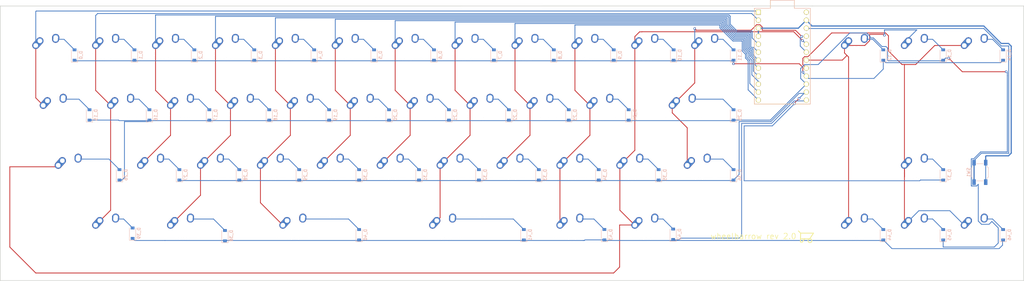
<source format=kicad_pcb>
(kicad_pcb (version 20171130) (host pcbnew "(5.1.10)-1")
  (layers (0 F.Cu signal) (31 B.Cu signal) (34 B.Paste user) (35 F.Paste user) (36 B.SilkS user) (37 F.SilkS user) (38 B.Mask user) (39 F.Mask user) (44 Edge.Cuts user))
  (net 0 "")
  (net 1 GND)
  (net 2 VCC)
  (net 3 col0)
  (net 4 col1)
  (net 5 col2)
  (net 6 col3)
  (net 7 col4)
  (net 8 col5)
  (net 9 col6)
  (net 10 col7)
  (net 11 col8)
  (net 12 col9)
  (net 13 col10)
  (net 14 col11)
  (net 15 col12)
  (net 16 col13)
  (net 17 row0)
  (net 18 row1)
  (net 19 row2)
  (net 20 row3)
  (net 21 "Net-(D_0-Pad2)")
  (net 22 "Net-(D_1-Pad2)")
  (net 23 "Net-(D_2-Pad2)")
  (net 24 "Net-(D_3-Pad2)")
  (net 25 "Net-(D_4-Pad2)")
  (net 26 "Net-(D_5-Pad2)")
  (net 27 "Net-(D_6-Pad2)")
  (net 28 "Net-(D_7-Pad2)")
  (net 29 "Net-(D_8-Pad2)")
  (net 30 "Net-(D_9-Pad2)")
  (net 31 "Net-(D_10-Pad2)")
  (net 32 "Net-(D_11-Pad2)")
  (net 33 "Net-(D_12-Pad2)")
  (net 34 "Net-(D_13-Pad2)")
  (net 35 "Net-(D_15-Pad2)")
  (net 36 "Net-(D_16-Pad2)")
  (net 37 "Net-(D_17-Pad2)")
  (net 38 "Net-(D_18-Pad2)")
  (net 39 "Net-(D_19-Pad2)")
  (net 40 "Net-(D_20-Pad2)")
  (net 41 "Net-(D_21-Pad2)")
  (net 42 "Net-(D_22-Pad2)")
  (net 43 "Net-(D_23-Pad2)")
  (net 44 "Net-(D_24-Pad2)")
  (net 45 "Net-(D_25-Pad2)")
  (net 46 "Net-(D_26-Pad2)")
  (net 47 "Net-(D_27-Pad2)")
  (net 48 "Net-(D_28-Pad2)")
  (net 49 "Net-(D_29-Pad2)")
  (net 50 "Net-(D_30-Pad2)")
  (net 51 "Net-(D_31-Pad2)")
  (net 52 "Net-(D_32-Pad2)")
  (net 53 "Net-(D_33-Pad2)")
  (net 54 "Net-(D_34-Pad2)")
  (net 55 "Net-(D_35-Pad2)")
  (net 56 "Net-(D_36-Pad2)")
  (net 57 "Net-(D_37-Pad2)")
  (net 58 "Net-(D_38-Pad2)")
  (net 59 "Net-(D_39-Pad2)")
  (net 60 "Net-(D_40-Pad2)")
  (net 61 "Net-(D_41-Pad2)")
  (net 62 "Net-(D_42-Pad2)")
  (net 63 "Net-(D_43-Pad2)")
  (net 64 "Net-(D_44-Pad2)")
  (net 65 "Net-(D_45-Pad2)")
  (net 66 "Net-(SW1-Pad1)")
  (net 67 "Net-(U1-Pad24)")
  (net 68 "Net-(D_46-Pad2)")
  (net 69 "Net-(D_14-Pad2)")
  (module MX_Alps_Hybrid:MX-1.5U-NoLED (layer F.Cu) (at 166.6875 213.51875)
    (fp_text reference K_38)
    (fp_text value KEYSW)
    (pad 1 thru_hole circle (at -2.5 -4) (size 2.25 2.25) (drill 1.47) (layers *.Cu B.Mask) (net 6 col3))
    (pad 1 thru_hole oval (at -3.81 -2.54 48.0996) (size 4.211556 2.25) (drill 1.47 (offset 0.980778 0)) (layers *.Cu B.Mask) (net 6 col3))
    (pad 2 thru_hole oval (at 2.5 -4.5 86.0548) (size 2.831378 2.25) (drill 1.47 (offset 0.290689 0)) (layers *.Cu B.Mask) (net 58 "Net-(D_38-Pad2)"))
    (pad 2 thru_hole circle (at 2.54 -5.08) (size 2.25 2.25) (drill 1.47) (layers *.Cu B.Mask) (net 58 "Net-(D_38-Pad2)"))
    (pad "" np_thru_hole circle (at 0 0) (size 3.9878 3.9878) (drill 3.9878) (layers *.Cu *.Mask))
    (pad "" np_thru_hole circle (at -5.08 0 48.0996) (size 1.75 1.75) (drill 1.75) (layers *.Cu *.Mask))
    (pad "" np_thru_hole circle (at 5.08 0 48.0996) (size 1.75 1.75) (drill 1.75) (layers *.Cu *.Mask))
  )
  (module MX_Alps_Hybrid:MX-1U-NoLED (layer F.Cu) (at 314.325 213.51875)
    (fp_text reference K_42)
    (fp_text value KEYSW)
    (pad 1 thru_hole circle (at -2.5 -4) (size 2.25 2.25) (drill 1.47) (layers *.Cu B.Mask) (net 13 col10))
    (pad 1 thru_hole oval (at -3.81 -2.54 48.0996) (size 4.211556 2.25) (drill 1.47 (offset 0.980778 0)) (layers *.Cu B.Mask) (net 13 col10))
    (pad 2 thru_hole oval (at 2.5 -4.5 86.0548) (size 2.831378 2.25) (drill 1.47 (offset 0.290689 0)) (layers *.Cu B.Mask) (net 62 "Net-(D_42-Pad2)"))
    (pad 2 thru_hole circle (at 2.54 -5.08) (size 2.25 2.25) (drill 1.47) (layers *.Cu B.Mask) (net 62 "Net-(D_42-Pad2)"))
    (pad "" np_thru_hole circle (at 0 0) (size 3.9878 3.9878) (drill 3.9878) (layers *.Cu *.Mask))
    (pad "" np_thru_hole circle (at -5.08 0 48.0996) (size 1.75 1.75) (drill 1.75) (layers *.Cu *.Mask))
    (pad "" np_thru_hole circle (at 5.08 0 48.0996) (size 1.75 1.75) (drill 1.75) (layers *.Cu *.Mask))
  )
  (module MountingHole:MountingHole_2.2mm_M2 (layer F.Cu) (at 112.649 144.907)
    (fp_text reference REF** hide)
    (fp_text value MountingHole_2.2mm_M2 hide)
    (pad 1 np_thru_hole circle (at 0 0) (size 2.2 2.2) (drill 2.2) (layers *.Cu *.Mask))
  )
  (module MountingHole:MountingHole_2.2mm_M2 (layer F.Cu) (at 112.649 224.282)
    (fp_text reference REF** hide)
    (fp_text value MountingHole_2.2mm_M2 hide)
    (pad 1 np_thru_hole circle (at 0 0) (size 2.2 2.2) (drill 2.2) (layers *.Cu *.Mask))
  )
  (module MountingHole:MountingHole_2.2mm_M2 (layer F.Cu) (at 343.69375 146.05)
    (fp_text reference REF** hide)
    (fp_text value MountingHole_2.2mm_M2 hide)
    (pad 1 np_thru_hole circle (at 0 0) (size 2.2 2.2) (drill 2.2) (layers *.Cu *.Mask))
  )
  (module MountingHole:MountingHole_2.2mm_M2 (layer F.Cu) (at 343.69375 223.04375)
    (fp_text reference REF** hide)
    (fp_text value MountingHole_2.2mm_M2 hide)
    (pad 1 np_thru_hole circle (at 0 0) (size 2.2 2.2) (drill 2.2) (layers *.Cu *.Mask))
  )
  (module MountingHole:MountingHole_2.2mm_M2 (layer F.Cu) (at 428.625 223.04375)
    (fp_text reference REF** hide)
    (fp_text value MountingHole_2.2mm_M2 hide)
    (pad 1 np_thru_hole circle (at 0 0) (size 2.2 2.2) (drill 2.2) (layers *.Cu *.Mask))
  )
  (module MountingHole:MountingHole_2.2mm_M2 (layer F.Cu) (at 428.625 146.84375)
    (fp_text reference REF** hide)
    (fp_text value MountingHole_2.2mm_M2 hide)
    (pad 1 np_thru_hole circle (at 0 0) (size 2.2 2.2) (drill 2.2) (layers *.Cu *.Mask))
  )
  (module MountingHole:MountingHole_2.2mm_M2 (layer F.Cu) (at 242.8875 185.166)
    (fp_text reference REF** hide)
    (fp_text value MountingHole_2.2mm_M2 hide)
    (pad 1 np_thru_hole circle (at 0 0) (size 2.2 2.2) (drill 2.2) (layers *.Cu *.Mask))
  )
  (module MountingHole:MountingHole_2.2mm_M2 (layer F.Cu) (at 389.73125 184.94375)
    (fp_text reference REF** hide)
    (fp_text value MountingHole_2.2mm_M2 hide)
    (pad 1 np_thru_hole circle (at 0 0) (size 2.2 2.2) (drill 2.2) (layers *.Cu *.Mask))
  )
  (module Arduino_Pro_Micro:ProMicro (layer F.Cu) (at 357.4288 157.226 270)
    (fp_text reference U1 hide)
    (fp_text value ProMicro hide)
    (pad 24 thru_hole circle (at -13.97 -7.62 270) (size 1.6 1.6) (drill 1.1) (layers *.Cu *.Mask F.SilkS) (net 67 "Net-(U1-Pad24)"))
    (pad 23 thru_hole circle (at -11.43 -7.62 270) (size 1.6 1.6) (drill 1.1) (layers *.Cu *.Mask F.SilkS) (net 1 GND))
    (pad 22 thru_hole circle (at -8.89 -7.62 270) (size 1.6 1.6) (drill 1.1) (layers *.Cu *.Mask F.SilkS) (net 66 "Net-(SW1-Pad1)"))
    (pad 21 thru_hole circle (at -6.35 -7.62 270) (size 1.6 1.6) (drill 1.1) (layers *.Cu *.Mask F.SilkS) (net 2 VCC))
    (pad 20 thru_hole circle (at -3.81 -7.62 270) (size 1.6 1.6) (drill 1.1) (layers *.Cu *.Mask F.SilkS) (net 13 col10))
    (pad 19 thru_hole circle (at -1.27 -7.62 270) (size 1.6 1.6) (drill 1.1) (layers *.Cu *.Mask F.SilkS) (net 14 col11))
    (pad 18 thru_hole circle (at 1.27 -7.62 270) (size 1.6 1.6) (drill 1.1) (layers *.Cu *.Mask F.SilkS) (net 15 col12))
    (pad 17 thru_hole circle (at 3.81 -7.62 270) (size 1.6 1.6) (drill 1.1) (layers *.Cu *.Mask F.SilkS) (net 16 col13))
    (pad 16 thru_hole circle (at 6.35 -7.62 270) (size 1.6 1.6) (drill 1.1) (layers *.Cu *.Mask F.SilkS) (net 17 row0))
    (pad 15 thru_hole circle (at 8.89 -7.62 270) (size 1.6 1.6) (drill 1.1) (layers *.Cu *.Mask F.SilkS) (net 18 row1))
    (pad 14 thru_hole circle (at 11.43 -7.62 270) (size 1.6 1.6) (drill 1.1) (layers *.Cu *.Mask F.SilkS) (net 19 row2))
    (pad 13 thru_hole circle (at 13.97 -7.62 270) (size 1.6 1.6) (drill 1.1) (layers *.Cu *.Mask F.SilkS) (net 20 row3))
    (pad 12 thru_hole circle (at 13.97 7.62 270) (size 1.6 1.6) (drill 1.1) (layers *.Cu *.Mask F.SilkS) (net 12 col9))
    (pad 11 thru_hole circle (at 11.43 7.62 270) (size 1.6 1.6) (drill 1.1) (layers *.Cu *.Mask F.SilkS) (net 11 col8))
    (pad 10 thru_hole circle (at 8.89 7.62 270) (size 1.6 1.6) (drill 1.1) (layers *.Cu *.Mask F.SilkS) (net 10 col7))
    (pad 9 thru_hole circle (at 6.35 7.62 270) (size 1.6 1.6) (drill 1.1) (layers *.Cu *.Mask F.SilkS) (net 9 col6))
    (pad 8 thru_hole circle (at 3.81 7.62 270) (size 1.6 1.6) (drill 1.1) (layers *.Cu *.Mask F.SilkS) (net 8 col5))
    (pad 7 thru_hole circle (at 1.27 7.62 270) (size 1.6 1.6) (drill 1.1) (layers *.Cu *.Mask F.SilkS) (net 7 col4))
    (pad 6 thru_hole circle (at -1.27 7.62 270) (size 1.6 1.6) (drill 1.1) (layers *.Cu *.Mask F.SilkS) (net 6 col3))
    (pad 5 thru_hole circle (at -3.81 7.62 270) (size 1.6 1.6) (drill 1.1) (layers *.Cu *.Mask F.SilkS) (net 5 col2))
    (pad 4 thru_hole circle (at -6.35 7.62 270) (size 1.6 1.6) (drill 1.1) (layers *.Cu *.Mask F.SilkS) (net 1 GND))
    (pad 3 thru_hole circle (at -8.89 7.62 270) (size 1.6 1.6) (drill 1.1) (layers *.Cu *.Mask F.SilkS) (net 1 GND))
    (pad 2 thru_hole circle (at -11.43 7.62 270) (size 1.6 1.6) (drill 1.1) (layers *.Cu *.Mask F.SilkS) (net 4 col1))
    (pad 1 thru_hole rect (at -13.97 7.62 270) (size 1.6 1.6) (drill 1.1) (layers *.Cu *.Mask F.SilkS) (net 3 col0))
  )
  (module Button_Switch_SMD:SW_SPST_SKQG_WithStem (layer B.Cu) (at 420.243 194.183 270)
    (fp_text reference SW1 (at 0 3.6 270) (layer B.SilkS) (effects (justify mirror)))
    (fp_text value SW_Push)
    (pad 1 smd rect (at -3.1 1.85 270) (size 1.8 1.1) (layers B.Cu B.Paste B.Mask) (net 66 "Net-(SW1-Pad1)"))
    (pad 1 smd rect (at 3.1 1.85 270) (size 1.8 1.1) (layers B.Cu B.Paste B.Mask) (net 66 "Net-(SW1-Pad1)"))
    (pad 2 smd rect (at -3.1 -1.85 270) (size 1.8 1.1) (layers B.Cu B.Paste B.Mask) (net 1 GND))
    (pad 2 smd rect (at 3.1 -1.85 270) (size 1.8 1.1) (layers B.Cu B.Paste B.Mask) (net 1 GND))
  )
  (module MX_Alps_Hybrid:MX-1U-NoLED (layer F.Cu) (at 123.825 156.36875)
    (fp_text reference K_0)
    (fp_text value KEYSW)
    (pad 1 thru_hole circle (at -2.5 -4) (size 2.25 2.25) (drill 1.47) (layers *.Cu B.Mask) (net 3 col0))
    (pad 1 thru_hole oval (at -3.81 -2.54 48.0996) (size 4.211556 2.25) (drill 1.47 (offset 0.980778 0)) (layers *.Cu B.Mask) (net 3 col0))
    (pad 2 thru_hole oval (at 2.5 -4.5 86.0548) (size 2.831378 2.25) (drill 1.47 (offset 0.290689 0)) (layers *.Cu B.Mask) (net 21 "Net-(D_0-Pad2)"))
    (pad 2 thru_hole circle (at 2.54 -5.08) (size 2.25 2.25) (drill 1.47) (layers *.Cu B.Mask) (net 21 "Net-(D_0-Pad2)"))
    (pad "" np_thru_hole circle (at 0 0) (size 3.9878 3.9878) (drill 3.9878) (layers *.Cu *.Mask))
    (pad "" np_thru_hole circle (at -5.08 0 48.0996) (size 1.75 1.75) (drill 1.75) (layers *.Cu *.Mask))
    (pad "" np_thru_hole circle (at 5.08 0 48.0996) (size 1.75 1.75) (drill 1.75) (layers *.Cu *.Mask))
  )
  (module Diode_SMD:D_SOD-123 (layer B.Cu) (at 132.35 156.86875 90)
    (fp_text reference D_0 (at 0 2 90) (layer B.SilkS) (effects (justify mirror)))
    (fp_text value D)
    (pad 2 smd rect (at 1.65 0 90) (size 0.9 1.2) (layers B.Cu B.Paste B.Mask) (net 21 "Net-(D_0-Pad2)"))
    (pad 1 smd rect (at -1.65 0 90) (size 0.9 1.2) (layers B.Cu B.Paste B.Mask) (net 17 row0))
  )
  (module MX_Alps_Hybrid:MX-1U-NoLED (layer F.Cu) (at 142.875 156.36875)
    (fp_text reference K_1)
    (fp_text value KEYSW)
    (pad 1 thru_hole circle (at -2.5 -4) (size 2.25 2.25) (drill 1.47) (layers *.Cu B.Mask) (net 4 col1))
    (pad 1 thru_hole oval (at -3.81 -2.54 48.0996) (size 4.211556 2.25) (drill 1.47 (offset 0.980778 0)) (layers *.Cu B.Mask) (net 4 col1))
    (pad 2 thru_hole oval (at 2.5 -4.5 86.0548) (size 2.831378 2.25) (drill 1.47 (offset 0.290689 0)) (layers *.Cu B.Mask) (net 22 "Net-(D_1-Pad2)"))
    (pad 2 thru_hole circle (at 2.54 -5.08) (size 2.25 2.25) (drill 1.47) (layers *.Cu B.Mask) (net 22 "Net-(D_1-Pad2)"))
    (pad "" np_thru_hole circle (at 0 0) (size 3.9878 3.9878) (drill 3.9878) (layers *.Cu *.Mask))
    (pad "" np_thru_hole circle (at -5.08 0 48.0996) (size 1.75 1.75) (drill 1.75) (layers *.Cu *.Mask))
    (pad "" np_thru_hole circle (at 5.08 0 48.0996) (size 1.75 1.75) (drill 1.75) (layers *.Cu *.Mask))
  )
  (module Diode_SMD:D_SOD-123 (layer B.Cu) (at 151.4 156.86875 90)
    (fp_text reference D_1 (at 0 2 90) (layer B.SilkS) (effects (justify mirror)))
    (fp_text value D)
    (pad 2 smd rect (at 1.65 0 90) (size 0.9 1.2) (layers B.Cu B.Paste B.Mask) (net 22 "Net-(D_1-Pad2)"))
    (pad 1 smd rect (at -1.65 0 90) (size 0.9 1.2) (layers B.Cu B.Paste B.Mask) (net 17 row0))
  )
  (module MX_Alps_Hybrid:MX-1U-NoLED (layer F.Cu) (at 161.925 156.36875)
    (fp_text reference K_2)
    (fp_text value KEYSW)
    (pad 1 thru_hole circle (at -2.5 -4) (size 2.25 2.25) (drill 1.47) (layers *.Cu B.Mask) (net 5 col2))
    (pad 1 thru_hole oval (at -3.81 -2.54 48.0996) (size 4.211556 2.25) (drill 1.47 (offset 0.980778 0)) (layers *.Cu B.Mask) (net 5 col2))
    (pad 2 thru_hole oval (at 2.5 -4.5 86.0548) (size 2.831378 2.25) (drill 1.47 (offset 0.290689 0)) (layers *.Cu B.Mask) (net 23 "Net-(D_2-Pad2)"))
    (pad 2 thru_hole circle (at 2.54 -5.08) (size 2.25 2.25) (drill 1.47) (layers *.Cu B.Mask) (net 23 "Net-(D_2-Pad2)"))
    (pad "" np_thru_hole circle (at 0 0) (size 3.9878 3.9878) (drill 3.9878) (layers *.Cu *.Mask))
    (pad "" np_thru_hole circle (at -5.08 0 48.0996) (size 1.75 1.75) (drill 1.75) (layers *.Cu *.Mask))
    (pad "" np_thru_hole circle (at 5.08 0 48.0996) (size 1.75 1.75) (drill 1.75) (layers *.Cu *.Mask))
  )
  (module Diode_SMD:D_SOD-123 (layer B.Cu) (at 170.45 156.86875 90)
    (fp_text reference D_2 (at 0 2 90) (layer B.SilkS) (effects (justify mirror)))
    (fp_text value D)
    (pad 2 smd rect (at 1.65 0 90) (size 0.9 1.2) (layers B.Cu B.Paste B.Mask) (net 23 "Net-(D_2-Pad2)"))
    (pad 1 smd rect (at -1.65 0 90) (size 0.9 1.2) (layers B.Cu B.Paste B.Mask) (net 17 row0))
  )
  (module MX_Alps_Hybrid:MX-1U-NoLED (layer F.Cu) (at 180.975 156.36875)
    (fp_text reference K_3)
    (fp_text value KEYSW)
    (pad 1 thru_hole circle (at -2.5 -4) (size 2.25 2.25) (drill 1.47) (layers *.Cu B.Mask) (net 6 col3))
    (pad 1 thru_hole oval (at -3.81 -2.54 48.0996) (size 4.211556 2.25) (drill 1.47 (offset 0.980778 0)) (layers *.Cu B.Mask) (net 6 col3))
    (pad 2 thru_hole oval (at 2.5 -4.5 86.0548) (size 2.831378 2.25) (drill 1.47 (offset 0.290689 0)) (layers *.Cu B.Mask) (net 24 "Net-(D_3-Pad2)"))
    (pad 2 thru_hole circle (at 2.54 -5.08) (size 2.25 2.25) (drill 1.47) (layers *.Cu B.Mask) (net 24 "Net-(D_3-Pad2)"))
    (pad "" np_thru_hole circle (at 0 0) (size 3.9878 3.9878) (drill 3.9878) (layers *.Cu *.Mask))
    (pad "" np_thru_hole circle (at -5.08 0 48.0996) (size 1.75 1.75) (drill 1.75) (layers *.Cu *.Mask))
    (pad "" np_thru_hole circle (at 5.08 0 48.0996) (size 1.75 1.75) (drill 1.75) (layers *.Cu *.Mask))
  )
  (module Diode_SMD:D_SOD-123 (layer B.Cu) (at 189.5 156.86875 90)
    (fp_text reference D_3 (at 0 2 90) (layer B.SilkS) (effects (justify mirror)))
    (fp_text value D)
    (pad 2 smd rect (at 1.65 0 90) (size 0.9 1.2) (layers B.Cu B.Paste B.Mask) (net 24 "Net-(D_3-Pad2)"))
    (pad 1 smd rect (at -1.65 0 90) (size 0.9 1.2) (layers B.Cu B.Paste B.Mask) (net 17 row0))
  )
  (module MX_Alps_Hybrid:MX-1U-NoLED (layer F.Cu) (at 200.025 156.36875)
    (fp_text reference K_4)
    (fp_text value KEYSW)
    (pad 1 thru_hole circle (at -2.5 -4) (size 2.25 2.25) (drill 1.47) (layers *.Cu B.Mask) (net 7 col4))
    (pad 1 thru_hole oval (at -3.81 -2.54 48.0996) (size 4.211556 2.25) (drill 1.47 (offset 0.980778 0)) (layers *.Cu B.Mask) (net 7 col4))
    (pad 2 thru_hole oval (at 2.5 -4.5 86.0548) (size 2.831378 2.25) (drill 1.47 (offset 0.290689 0)) (layers *.Cu B.Mask) (net 25 "Net-(D_4-Pad2)"))
    (pad 2 thru_hole circle (at 2.54 -5.08) (size 2.25 2.25) (drill 1.47) (layers *.Cu B.Mask) (net 25 "Net-(D_4-Pad2)"))
    (pad "" np_thru_hole circle (at 0 0) (size 3.9878 3.9878) (drill 3.9878) (layers *.Cu *.Mask))
    (pad "" np_thru_hole circle (at -5.08 0 48.0996) (size 1.75 1.75) (drill 1.75) (layers *.Cu *.Mask))
    (pad "" np_thru_hole circle (at 5.08 0 48.0996) (size 1.75 1.75) (drill 1.75) (layers *.Cu *.Mask))
  )
  (module Diode_SMD:D_SOD-123 (layer B.Cu) (at 208.55 156.86875 90)
    (fp_text reference D_4 (at 0 2 90) (layer B.SilkS) (effects (justify mirror)))
    (fp_text value D)
    (pad 2 smd rect (at 1.65 0 90) (size 0.9 1.2) (layers B.Cu B.Paste B.Mask) (net 25 "Net-(D_4-Pad2)"))
    (pad 1 smd rect (at -1.65 0 90) (size 0.9 1.2) (layers B.Cu B.Paste B.Mask) (net 17 row0))
  )
  (module MX_Alps_Hybrid:MX-1U-NoLED (layer F.Cu) (at 219.075 156.36875)
    (fp_text reference K_5)
    (fp_text value KEYSW)
    (pad 1 thru_hole circle (at -2.5 -4) (size 2.25 2.25) (drill 1.47) (layers *.Cu B.Mask) (net 8 col5))
    (pad 1 thru_hole oval (at -3.81 -2.54 48.0996) (size 4.211556 2.25) (drill 1.47 (offset 0.980778 0)) (layers *.Cu B.Mask) (net 8 col5))
    (pad 2 thru_hole oval (at 2.5 -4.5 86.0548) (size 2.831378 2.25) (drill 1.47 (offset 0.290689 0)) (layers *.Cu B.Mask) (net 26 "Net-(D_5-Pad2)"))
    (pad 2 thru_hole circle (at 2.54 -5.08) (size 2.25 2.25) (drill 1.47) (layers *.Cu B.Mask) (net 26 "Net-(D_5-Pad2)"))
    (pad "" np_thru_hole circle (at 0 0) (size 3.9878 3.9878) (drill 3.9878) (layers *.Cu *.Mask))
    (pad "" np_thru_hole circle (at -5.08 0 48.0996) (size 1.75 1.75) (drill 1.75) (layers *.Cu *.Mask))
    (pad "" np_thru_hole circle (at 5.08 0 48.0996) (size 1.75 1.75) (drill 1.75) (layers *.Cu *.Mask))
  )
  (module Diode_SMD:D_SOD-123 (layer B.Cu) (at 227.6 156.86875 90)
    (fp_text reference D_5 (at 0 2 90) (layer B.SilkS) (effects (justify mirror)))
    (fp_text value D)
    (pad 2 smd rect (at 1.65 0 90) (size 0.9 1.2) (layers B.Cu B.Paste B.Mask) (net 26 "Net-(D_5-Pad2)"))
    (pad 1 smd rect (at -1.65 0 90) (size 0.9 1.2) (layers B.Cu B.Paste B.Mask) (net 17 row0))
  )
  (module MX_Alps_Hybrid:MX-1U-NoLED (layer F.Cu) (at 238.125 156.36875)
    (fp_text reference K_6)
    (fp_text value KEYSW)
    (pad 1 thru_hole circle (at -2.5 -4) (size 2.25 2.25) (drill 1.47) (layers *.Cu B.Mask) (net 9 col6))
    (pad 1 thru_hole oval (at -3.81 -2.54 48.0996) (size 4.211556 2.25) (drill 1.47 (offset 0.980778 0)) (layers *.Cu B.Mask) (net 9 col6))
    (pad 2 thru_hole oval (at 2.5 -4.5 86.0548) (size 2.831378 2.25) (drill 1.47 (offset 0.290689 0)) (layers *.Cu B.Mask) (net 27 "Net-(D_6-Pad2)"))
    (pad 2 thru_hole circle (at 2.54 -5.08) (size 2.25 2.25) (drill 1.47) (layers *.Cu B.Mask) (net 27 "Net-(D_6-Pad2)"))
    (pad "" np_thru_hole circle (at 0 0) (size 3.9878 3.9878) (drill 3.9878) (layers *.Cu *.Mask))
    (pad "" np_thru_hole circle (at -5.08 0 48.0996) (size 1.75 1.75) (drill 1.75) (layers *.Cu *.Mask))
    (pad "" np_thru_hole circle (at 5.08 0 48.0996) (size 1.75 1.75) (drill 1.75) (layers *.Cu *.Mask))
  )
  (module Diode_SMD:D_SOD-123 (layer B.Cu) (at 246.65 156.86875 90)
    (fp_text reference D_6 (at 0 2 90) (layer B.SilkS) (effects (justify mirror)))
    (fp_text value D)
    (pad 2 smd rect (at 1.65 0 90) (size 0.9 1.2) (layers B.Cu B.Paste B.Mask) (net 27 "Net-(D_6-Pad2)"))
    (pad 1 smd rect (at -1.65 0 90) (size 0.9 1.2) (layers B.Cu B.Paste B.Mask) (net 17 row0))
  )
  (module MX_Alps_Hybrid:MX-1U-NoLED (layer F.Cu) (at 257.175 156.36875)
    (fp_text reference K_7)
    (fp_text value KEYSW)
    (pad 1 thru_hole circle (at -2.5 -4) (size 2.25 2.25) (drill 1.47) (layers *.Cu B.Mask) (net 10 col7))
    (pad 1 thru_hole oval (at -3.81 -2.54 48.0996) (size 4.211556 2.25) (drill 1.47 (offset 0.980778 0)) (layers *.Cu B.Mask) (net 10 col7))
    (pad 2 thru_hole oval (at 2.5 -4.5 86.0548) (size 2.831378 2.25) (drill 1.47 (offset 0.290689 0)) (layers *.Cu B.Mask) (net 28 "Net-(D_7-Pad2)"))
    (pad 2 thru_hole circle (at 2.54 -5.08) (size 2.25 2.25) (drill 1.47) (layers *.Cu B.Mask) (net 28 "Net-(D_7-Pad2)"))
    (pad "" np_thru_hole circle (at 0 0) (size 3.9878 3.9878) (drill 3.9878) (layers *.Cu *.Mask))
    (pad "" np_thru_hole circle (at -5.08 0 48.0996) (size 1.75 1.75) (drill 1.75) (layers *.Cu *.Mask))
    (pad "" np_thru_hole circle (at 5.08 0 48.0996) (size 1.75 1.75) (drill 1.75) (layers *.Cu *.Mask))
  )
  (module Diode_SMD:D_SOD-123 (layer B.Cu) (at 265.7 156.86875 90)
    (fp_text reference D_7 (at 0 2 90) (layer B.SilkS) (effects (justify mirror)))
    (fp_text value D)
    (pad 2 smd rect (at 1.65 0 90) (size 0.9 1.2) (layers B.Cu B.Paste B.Mask) (net 28 "Net-(D_7-Pad2)"))
    (pad 1 smd rect (at -1.65 0 90) (size 0.9 1.2) (layers B.Cu B.Paste B.Mask) (net 17 row0))
  )
  (module MX_Alps_Hybrid:MX-1U-NoLED (layer F.Cu) (at 276.225 156.36875)
    (fp_text reference K_8)
    (fp_text value KEYSW)
    (pad 1 thru_hole circle (at -2.5 -4) (size 2.25 2.25) (drill 1.47) (layers *.Cu B.Mask) (net 11 col8))
    (pad 1 thru_hole oval (at -3.81 -2.54 48.0996) (size 4.211556 2.25) (drill 1.47 (offset 0.980778 0)) (layers *.Cu B.Mask) (net 11 col8))
    (pad 2 thru_hole oval (at 2.5 -4.5 86.0548) (size 2.831378 2.25) (drill 1.47 (offset 0.290689 0)) (layers *.Cu B.Mask) (net 29 "Net-(D_8-Pad2)"))
    (pad 2 thru_hole circle (at 2.54 -5.08) (size 2.25 2.25) (drill 1.47) (layers *.Cu B.Mask) (net 29 "Net-(D_8-Pad2)"))
    (pad "" np_thru_hole circle (at 0 0) (size 3.9878 3.9878) (drill 3.9878) (layers *.Cu *.Mask))
    (pad "" np_thru_hole circle (at -5.08 0 48.0996) (size 1.75 1.75) (drill 1.75) (layers *.Cu *.Mask))
    (pad "" np_thru_hole circle (at 5.08 0 48.0996) (size 1.75 1.75) (drill 1.75) (layers *.Cu *.Mask))
  )
  (module Diode_SMD:D_SOD-123 (layer B.Cu) (at 284.75 156.86875 90)
    (fp_text reference D_8 (at 0 2 90) (layer B.SilkS) (effects (justify mirror)))
    (fp_text value D)
    (pad 2 smd rect (at 1.65 0 90) (size 0.9 1.2) (layers B.Cu B.Paste B.Mask) (net 29 "Net-(D_8-Pad2)"))
    (pad 1 smd rect (at -1.65 0 90) (size 0.9 1.2) (layers B.Cu B.Paste B.Mask) (net 17 row0))
  )
  (module MX_Alps_Hybrid:MX-1U-NoLED (layer F.Cu) (at 295.275 156.36875)
    (fp_text reference K_9)
    (fp_text value KEYSW)
    (pad 1 thru_hole circle (at -2.5 -4) (size 2.25 2.25) (drill 1.47) (layers *.Cu B.Mask) (net 12 col9))
    (pad 1 thru_hole oval (at -3.81 -2.54 48.0996) (size 4.211556 2.25) (drill 1.47 (offset 0.980778 0)) (layers *.Cu B.Mask) (net 12 col9))
    (pad 2 thru_hole oval (at 2.5 -4.5 86.0548) (size 2.831378 2.25) (drill 1.47 (offset 0.290689 0)) (layers *.Cu B.Mask) (net 30 "Net-(D_9-Pad2)"))
    (pad 2 thru_hole circle (at 2.54 -5.08) (size 2.25 2.25) (drill 1.47) (layers *.Cu B.Mask) (net 30 "Net-(D_9-Pad2)"))
    (pad "" np_thru_hole circle (at 0 0) (size 3.9878 3.9878) (drill 3.9878) (layers *.Cu *.Mask))
    (pad "" np_thru_hole circle (at -5.08 0 48.0996) (size 1.75 1.75) (drill 1.75) (layers *.Cu *.Mask))
    (pad "" np_thru_hole circle (at 5.08 0 48.0996) (size 1.75 1.75) (drill 1.75) (layers *.Cu *.Mask))
  )
  (module Diode_SMD:D_SOD-123 (layer B.Cu) (at 303.8 156.86875 90)
    (fp_text reference D_9 (at 0 2 90) (layer B.SilkS) (effects (justify mirror)))
    (fp_text value D)
    (pad 2 smd rect (at 1.65 0 90) (size 0.9 1.2) (layers B.Cu B.Paste B.Mask) (net 30 "Net-(D_9-Pad2)"))
    (pad 1 smd rect (at -1.65 0 90) (size 0.9 1.2) (layers B.Cu B.Paste B.Mask) (net 17 row0))
  )
  (module MX_Alps_Hybrid:MX-1U-NoLED (layer F.Cu) (at 314.325 156.36875)
    (fp_text reference K_10)
    (fp_text value KEYSW)
    (pad 1 thru_hole circle (at -2.5 -4) (size 2.25 2.25) (drill 1.47) (layers *.Cu B.Mask) (net 13 col10))
    (pad 1 thru_hole oval (at -3.81 -2.54 48.0996) (size 4.211556 2.25) (drill 1.47 (offset 0.980778 0)) (layers *.Cu B.Mask) (net 13 col10))
    (pad 2 thru_hole oval (at 2.5 -4.5 86.0548) (size 2.831378 2.25) (drill 1.47 (offset 0.290689 0)) (layers *.Cu B.Mask) (net 31 "Net-(D_10-Pad2)"))
    (pad 2 thru_hole circle (at 2.54 -5.08) (size 2.25 2.25) (drill 1.47) (layers *.Cu B.Mask) (net 31 "Net-(D_10-Pad2)"))
    (pad "" np_thru_hole circle (at 0 0) (size 3.9878 3.9878) (drill 3.9878) (layers *.Cu *.Mask))
    (pad "" np_thru_hole circle (at -5.08 0 48.0996) (size 1.75 1.75) (drill 1.75) (layers *.Cu *.Mask))
    (pad "" np_thru_hole circle (at 5.08 0 48.0996) (size 1.75 1.75) (drill 1.75) (layers *.Cu *.Mask))
  )
  (module Diode_SMD:D_SOD-123 (layer B.Cu) (at 322.85 156.86875 90)
    (fp_text reference D_10 (at 0 2 90) (layer B.SilkS) (effects (justify mirror)))
    (fp_text value D)
    (pad 2 smd rect (at 1.65 0 90) (size 0.9 1.2) (layers B.Cu B.Paste B.Mask) (net 31 "Net-(D_10-Pad2)"))
    (pad 1 smd rect (at -1.65 0 90) (size 0.9 1.2) (layers B.Cu B.Paste B.Mask) (net 17 row0))
  )
  (module MX_Alps_Hybrid:MX-1U-NoLED (layer F.Cu) (at 333.375 156.36875)
    (fp_text reference K_11)
    (fp_text value KEYSW)
    (pad 1 thru_hole circle (at -2.5 -4) (size 2.25 2.25) (drill 1.47) (layers *.Cu B.Mask) (net 14 col11))
    (pad 1 thru_hole oval (at -3.81 -2.54 48.0996) (size 4.211556 2.25) (drill 1.47 (offset 0.980778 0)) (layers *.Cu B.Mask) (net 14 col11))
    (pad 2 thru_hole oval (at 2.5 -4.5 86.0548) (size 2.831378 2.25) (drill 1.47 (offset 0.290689 0)) (layers *.Cu B.Mask) (net 32 "Net-(D_11-Pad2)"))
    (pad 2 thru_hole circle (at 2.54 -5.08) (size 2.25 2.25) (drill 1.47) (layers *.Cu B.Mask) (net 32 "Net-(D_11-Pad2)"))
    (pad "" np_thru_hole circle (at 0 0) (size 3.9878 3.9878) (drill 3.9878) (layers *.Cu *.Mask))
    (pad "" np_thru_hole circle (at -5.08 0 48.0996) (size 1.75 1.75) (drill 1.75) (layers *.Cu *.Mask))
    (pad "" np_thru_hole circle (at 5.08 0 48.0996) (size 1.75 1.75) (drill 1.75) (layers *.Cu *.Mask))
  )
  (module Diode_SMD:D_SOD-123 (layer B.Cu) (at 341.9 156.86875 90)
    (fp_text reference D_11 (at 0 2 90) (layer B.SilkS) (effects (justify mirror)))
    (fp_text value D)
    (pad 2 smd rect (at 1.65 0 90) (size 0.9 1.2) (layers B.Cu B.Paste B.Mask) (net 32 "Net-(D_11-Pad2)"))
    (pad 1 smd rect (at -1.65 0 90) (size 0.9 1.2) (layers B.Cu B.Paste B.Mask) (net 17 row0))
  )
  (module MX_Alps_Hybrid:MX-1U-NoLED (layer F.Cu) (at 381 156.36875)
    (fp_text reference K_12)
    (fp_text value KEYSW)
    (pad 1 thru_hole circle (at -2.5 -4) (size 2.25 2.25) (drill 1.47) (layers *.Cu B.Mask) (net 15 col12))
    (pad 1 thru_hole oval (at -3.81 -2.54 48.0996) (size 4.211556 2.25) (drill 1.47 (offset 0.980778 0)) (layers *.Cu B.Mask) (net 15 col12))
    (pad 2 thru_hole oval (at 2.5 -4.5 86.0548) (size 2.831378 2.25) (drill 1.47 (offset 0.290689 0)) (layers *.Cu B.Mask) (net 33 "Net-(D_12-Pad2)"))
    (pad 2 thru_hole circle (at 2.54 -5.08) (size 2.25 2.25) (drill 1.47) (layers *.Cu B.Mask) (net 33 "Net-(D_12-Pad2)"))
    (pad "" np_thru_hole circle (at 0 0) (size 3.9878 3.9878) (drill 3.9878) (layers *.Cu *.Mask))
    (pad "" np_thru_hole circle (at -5.08 0 48.0996) (size 1.75 1.75) (drill 1.75) (layers *.Cu *.Mask))
    (pad "" np_thru_hole circle (at 5.08 0 48.0996) (size 1.75 1.75) (drill 1.75) (layers *.Cu *.Mask))
  )
  (module Diode_SMD:D_SOD-123 (layer B.Cu) (at 389.525 156.86875 90)
    (fp_text reference D_12 (at 0 2 90) (layer B.SilkS) (effects (justify mirror)))
    (fp_text value D)
    (pad 2 smd rect (at 1.65 0 90) (size 0.9 1.2) (layers B.Cu B.Paste B.Mask) (net 33 "Net-(D_12-Pad2)"))
    (pad 1 smd rect (at -1.65 0 90) (size 0.9 1.2) (layers B.Cu B.Paste B.Mask) (net 17 row0))
  )
  (module MX_Alps_Hybrid:MX-1U-NoLED (layer F.Cu) (at 400.05 156.36875)
    (fp_text reference K_13)
    (fp_text value KEYSW)
    (pad 1 thru_hole circle (at -2.5 -4) (size 2.25 2.25) (drill 1.47) (layers *.Cu B.Mask) (net 15 col12))
    (pad 1 thru_hole oval (at -3.81 -2.54 48.0996) (size 4.211556 2.25) (drill 1.47 (offset 0.980778 0)) (layers *.Cu B.Mask) (net 15 col12))
    (pad 2 thru_hole oval (at 2.5 -4.5 86.0548) (size 2.831378 2.25) (drill 1.47 (offset 0.290689 0)) (layers *.Cu B.Mask) (net 34 "Net-(D_13-Pad2)"))
    (pad 2 thru_hole circle (at 2.54 -5.08) (size 2.25 2.25) (drill 1.47) (layers *.Cu B.Mask) (net 34 "Net-(D_13-Pad2)"))
    (pad "" np_thru_hole circle (at 0 0) (size 3.9878 3.9878) (drill 3.9878) (layers *.Cu *.Mask))
    (pad "" np_thru_hole circle (at -5.08 0 48.0996) (size 1.75 1.75) (drill 1.75) (layers *.Cu *.Mask))
    (pad "" np_thru_hole circle (at 5.08 0 48.0996) (size 1.75 1.75) (drill 1.75) (layers *.Cu *.Mask))
  )
  (module Diode_SMD:D_SOD-123 (layer B.Cu) (at 408.575 156.86875 90)
    (fp_text reference D_13 (at 0 2 90) (layer B.SilkS) (effects (justify mirror)))
    (fp_text value D)
    (pad 2 smd rect (at 1.65 0 90) (size 0.9 1.2) (layers B.Cu B.Paste B.Mask) (net 34 "Net-(D_13-Pad2)"))
    (pad 1 smd rect (at -1.65 0 90) (size 0.9 1.2) (layers B.Cu B.Paste B.Mask) (net 18 row1))
  )
  (module MX_Alps_Hybrid:MX-1U-NoLED (layer F.Cu) (at 419.1 156.36875)
    (fp_text reference K_14)
    (fp_text value KEYSW)
    (pad 1 thru_hole circle (at -2.5 -4) (size 2.25 2.25) (drill 1.47) (layers *.Cu B.Mask) (net 16 col13))
    (pad 1 thru_hole oval (at -3.81 -2.54 48.0996) (size 4.211556 2.25) (drill 1.47 (offset 0.980778 0)) (layers *.Cu B.Mask) (net 16 col13))
    (pad 2 thru_hole oval (at 2.5 -4.5 86.0548) (size 2.831378 2.25) (drill 1.47 (offset 0.290689 0)) (layers *.Cu B.Mask) (net 69 "Net-(D_14-Pad2)"))
    (pad 2 thru_hole circle (at 2.54 -5.08) (size 2.25 2.25) (drill 1.47) (layers *.Cu B.Mask) (net 69 "Net-(D_14-Pad2)"))
    (pad "" np_thru_hole circle (at 0 0) (size 3.9878 3.9878) (drill 3.9878) (layers *.Cu *.Mask))
    (pad "" np_thru_hole circle (at -5.08 0 48.0996) (size 1.75 1.75) (drill 1.75) (layers *.Cu *.Mask))
    (pad "" np_thru_hole circle (at 5.08 0 48.0996) (size 1.75 1.75) (drill 1.75) (layers *.Cu *.Mask))
  )
  (module Diode_SMD:D_SOD-123 (layer B.Cu) (at 427.625 156.86875 90)
    (fp_text reference D_14 (at 0 2 90) (layer B.SilkS) (effects (justify mirror)))
    (fp_text value D)
    (pad 2 smd rect (at 1.65 0 90) (size 0.9 1.2) (layers B.Cu B.Paste B.Mask) (net 69 "Net-(D_14-Pad2)"))
    (pad 1 smd rect (at -1.65 0 90) (size 0.9 1.2) (layers B.Cu B.Paste B.Mask) (net 17 row0))
  )
  (module MX_Alps_Hybrid:MX-1.25U-NoLED (layer F.Cu) (at 126.20625 175.41875)
    (fp_text reference K_15)
    (fp_text value KEYSW)
    (pad 1 thru_hole circle (at -2.5 -4) (size 2.25 2.25) (drill 1.47) (layers *.Cu B.Mask) (net 3 col0))
    (pad 1 thru_hole oval (at -3.81 -2.54 48.0996) (size 4.211556 2.25) (drill 1.47 (offset 0.980778 0)) (layers *.Cu B.Mask) (net 3 col0))
    (pad 2 thru_hole oval (at 2.5 -4.5 86.0548) (size 2.831378 2.25) (drill 1.47 (offset 0.290689 0)) (layers *.Cu B.Mask) (net 35 "Net-(D_15-Pad2)"))
    (pad 2 thru_hole circle (at 2.54 -5.08) (size 2.25 2.25) (drill 1.47) (layers *.Cu B.Mask) (net 35 "Net-(D_15-Pad2)"))
    (pad "" np_thru_hole circle (at 0 0) (size 3.9878 3.9878) (drill 3.9878) (layers *.Cu *.Mask))
    (pad "" np_thru_hole circle (at -5.08 0 48.0996) (size 1.75 1.75) (drill 1.75) (layers *.Cu *.Mask))
    (pad "" np_thru_hole circle (at 5.08 0 48.0996) (size 1.75 1.75) (drill 1.75) (layers *.Cu *.Mask))
  )
  (module Diode_SMD:D_SOD-123 (layer B.Cu) (at 137.1125 175.91875 90)
    (fp_text reference D_15 (at 0 2 90) (layer B.SilkS) (effects (justify mirror)))
    (fp_text value D)
    (pad 2 smd rect (at 1.65 0 90) (size 0.9 1.2) (layers B.Cu B.Paste B.Mask) (net 35 "Net-(D_15-Pad2)"))
    (pad 1 smd rect (at -1.65 0 90) (size 0.9 1.2) (layers B.Cu B.Paste B.Mask) (net 18 row1))
  )
  (module MX_Alps_Hybrid:MX-1U-NoLED (layer F.Cu) (at 147.6375 175.41875)
    (fp_text reference K_16)
    (fp_text value KEYSW)
    (pad 1 thru_hole circle (at -2.5 -4) (size 2.25 2.25) (drill 1.47) (layers *.Cu B.Mask) (net 4 col1))
    (pad 1 thru_hole oval (at -3.81 -2.54 48.0996) (size 4.211556 2.25) (drill 1.47 (offset 0.980778 0)) (layers *.Cu B.Mask) (net 4 col1))
    (pad 2 thru_hole oval (at 2.5 -4.5 86.0548) (size 2.831378 2.25) (drill 1.47 (offset 0.290689 0)) (layers *.Cu B.Mask) (net 36 "Net-(D_16-Pad2)"))
    (pad 2 thru_hole circle (at 2.54 -5.08) (size 2.25 2.25) (drill 1.47) (layers *.Cu B.Mask) (net 36 "Net-(D_16-Pad2)"))
    (pad "" np_thru_hole circle (at 0 0) (size 3.9878 3.9878) (drill 3.9878) (layers *.Cu *.Mask))
    (pad "" np_thru_hole circle (at -5.08 0 48.0996) (size 1.75 1.75) (drill 1.75) (layers *.Cu *.Mask))
    (pad "" np_thru_hole circle (at 5.08 0 48.0996) (size 1.75 1.75) (drill 1.75) (layers *.Cu *.Mask))
  )
  (module Diode_SMD:D_SOD-123 (layer B.Cu) (at 156.1625 175.91875 90)
    (fp_text reference D_16 (at 0 2 90) (layer B.SilkS) (effects (justify mirror)))
    (fp_text value D)
    (pad 2 smd rect (at 1.65 0 90) (size 0.9 1.2) (layers B.Cu B.Paste B.Mask) (net 36 "Net-(D_16-Pad2)"))
    (pad 1 smd rect (at -1.65 0 90) (size 0.9 1.2) (layers B.Cu B.Paste B.Mask) (net 18 row1))
  )
  (module MX_Alps_Hybrid:MX-1U-NoLED (layer F.Cu) (at 166.6875 175.41875)
    (fp_text reference K_17)
    (fp_text value KEYSW)
    (pad 1 thru_hole circle (at -2.5 -4) (size 2.25 2.25) (drill 1.47) (layers *.Cu B.Mask) (net 5 col2))
    (pad 1 thru_hole oval (at -3.81 -2.54 48.0996) (size 4.211556 2.25) (drill 1.47 (offset 0.980778 0)) (layers *.Cu B.Mask) (net 5 col2))
    (pad 2 thru_hole oval (at 2.5 -4.5 86.0548) (size 2.831378 2.25) (drill 1.47 (offset 0.290689 0)) (layers *.Cu B.Mask) (net 37 "Net-(D_17-Pad2)"))
    (pad 2 thru_hole circle (at 2.54 -5.08) (size 2.25 2.25) (drill 1.47) (layers *.Cu B.Mask) (net 37 "Net-(D_17-Pad2)"))
    (pad "" np_thru_hole circle (at 0 0) (size 3.9878 3.9878) (drill 3.9878) (layers *.Cu *.Mask))
    (pad "" np_thru_hole circle (at -5.08 0 48.0996) (size 1.75 1.75) (drill 1.75) (layers *.Cu *.Mask))
    (pad "" np_thru_hole circle (at 5.08 0 48.0996) (size 1.75 1.75) (drill 1.75) (layers *.Cu *.Mask))
  )
  (module Diode_SMD:D_SOD-123 (layer B.Cu) (at 175.2125 175.91875 90)
    (fp_text reference D_17 (at 0 2 90) (layer B.SilkS) (effects (justify mirror)))
    (fp_text value D)
    (pad 2 smd rect (at 1.65 0 90) (size 0.9 1.2) (layers B.Cu B.Paste B.Mask) (net 37 "Net-(D_17-Pad2)"))
    (pad 1 smd rect (at -1.65 0 90) (size 0.9 1.2) (layers B.Cu B.Paste B.Mask) (net 18 row1))
  )
  (module MX_Alps_Hybrid:MX-1U-NoLED (layer F.Cu) (at 185.7375 175.41875)
    (fp_text reference K_18)
    (fp_text value KEYSW)
    (pad 1 thru_hole circle (at -2.5 -4) (size 2.25 2.25) (drill 1.47) (layers *.Cu B.Mask) (net 6 col3))
    (pad 1 thru_hole oval (at -3.81 -2.54 48.0996) (size 4.211556 2.25) (drill 1.47 (offset 0.980778 0)) (layers *.Cu B.Mask) (net 6 col3))
    (pad 2 thru_hole oval (at 2.5 -4.5 86.0548) (size 2.831378 2.25) (drill 1.47 (offset 0.290689 0)) (layers *.Cu B.Mask) (net 38 "Net-(D_18-Pad2)"))
    (pad 2 thru_hole circle (at 2.54 -5.08) (size 2.25 2.25) (drill 1.47) (layers *.Cu B.Mask) (net 38 "Net-(D_18-Pad2)"))
    (pad "" np_thru_hole circle (at 0 0) (size 3.9878 3.9878) (drill 3.9878) (layers *.Cu *.Mask))
    (pad "" np_thru_hole circle (at -5.08 0 48.0996) (size 1.75 1.75) (drill 1.75) (layers *.Cu *.Mask))
    (pad "" np_thru_hole circle (at 5.08 0 48.0996) (size 1.75 1.75) (drill 1.75) (layers *.Cu *.Mask))
  )
  (module Diode_SMD:D_SOD-123 (layer B.Cu) (at 194.2625 175.91875 90)
    (fp_text reference D_18 (at 0 2 90) (layer B.SilkS) (effects (justify mirror)))
    (fp_text value D)
    (pad 2 smd rect (at 1.65 0 90) (size 0.9 1.2) (layers B.Cu B.Paste B.Mask) (net 38 "Net-(D_18-Pad2)"))
    (pad 1 smd rect (at -1.65 0 90) (size 0.9 1.2) (layers B.Cu B.Paste B.Mask) (net 18 row1))
  )
  (module MX_Alps_Hybrid:MX-1U-NoLED (layer F.Cu) (at 204.7875 175.41875)
    (fp_text reference K_19)
    (fp_text value KEYSW)
    (pad 1 thru_hole circle (at -2.5 -4) (size 2.25 2.25) (drill 1.47) (layers *.Cu B.Mask) (net 7 col4))
    (pad 1 thru_hole oval (at -3.81 -2.54 48.0996) (size 4.211556 2.25) (drill 1.47 (offset 0.980778 0)) (layers *.Cu B.Mask) (net 7 col4))
    (pad 2 thru_hole oval (at 2.5 -4.5 86.0548) (size 2.831378 2.25) (drill 1.47 (offset 0.290689 0)) (layers *.Cu B.Mask) (net 39 "Net-(D_19-Pad2)"))
    (pad 2 thru_hole circle (at 2.54 -5.08) (size 2.25 2.25) (drill 1.47) (layers *.Cu B.Mask) (net 39 "Net-(D_19-Pad2)"))
    (pad "" np_thru_hole circle (at 0 0) (size 3.9878 3.9878) (drill 3.9878) (layers *.Cu *.Mask))
    (pad "" np_thru_hole circle (at -5.08 0 48.0996) (size 1.75 1.75) (drill 1.75) (layers *.Cu *.Mask))
    (pad "" np_thru_hole circle (at 5.08 0 48.0996) (size 1.75 1.75) (drill 1.75) (layers *.Cu *.Mask))
  )
  (module Diode_SMD:D_SOD-123 (layer B.Cu) (at 213.3125 175.91875 90)
    (fp_text reference D_19 (at 0 2 90) (layer B.SilkS) (effects (justify mirror)))
    (fp_text value D)
    (pad 2 smd rect (at 1.65 0 90) (size 0.9 1.2) (layers B.Cu B.Paste B.Mask) (net 39 "Net-(D_19-Pad2)"))
    (pad 1 smd rect (at -1.65 0 90) (size 0.9 1.2) (layers B.Cu B.Paste B.Mask) (net 18 row1))
  )
  (module MX_Alps_Hybrid:MX-1U-NoLED (layer F.Cu) (at 223.8375 175.41875)
    (fp_text reference K_20)
    (fp_text value KEYSW)
    (pad 1 thru_hole circle (at -2.5 -4) (size 2.25 2.25) (drill 1.47) (layers *.Cu B.Mask) (net 8 col5))
    (pad 1 thru_hole oval (at -3.81 -2.54 48.0996) (size 4.211556 2.25) (drill 1.47 (offset 0.980778 0)) (layers *.Cu B.Mask) (net 8 col5))
    (pad 2 thru_hole oval (at 2.5 -4.5 86.0548) (size 2.831378 2.25) (drill 1.47 (offset 0.290689 0)) (layers *.Cu B.Mask) (net 40 "Net-(D_20-Pad2)"))
    (pad 2 thru_hole circle (at 2.54 -5.08) (size 2.25 2.25) (drill 1.47) (layers *.Cu B.Mask) (net 40 "Net-(D_20-Pad2)"))
    (pad "" np_thru_hole circle (at 0 0) (size 3.9878 3.9878) (drill 3.9878) (layers *.Cu *.Mask))
    (pad "" np_thru_hole circle (at -5.08 0 48.0996) (size 1.75 1.75) (drill 1.75) (layers *.Cu *.Mask))
    (pad "" np_thru_hole circle (at 5.08 0 48.0996) (size 1.75 1.75) (drill 1.75) (layers *.Cu *.Mask))
  )
  (module Diode_SMD:D_SOD-123 (layer B.Cu) (at 232.3625 175.91875 90)
    (fp_text reference D_20 (at 0 2 90) (layer B.SilkS) (effects (justify mirror)))
    (fp_text value D)
    (pad 2 smd rect (at 1.65 0 90) (size 0.9 1.2) (layers B.Cu B.Paste B.Mask) (net 40 "Net-(D_20-Pad2)"))
    (pad 1 smd rect (at -1.65 0 90) (size 0.9 1.2) (layers B.Cu B.Paste B.Mask) (net 18 row1))
  )
  (module MX_Alps_Hybrid:MX-1U-NoLED (layer F.Cu) (at 242.8875 175.41875)
    (fp_text reference K_21)
    (fp_text value KEYSW)
    (pad 1 thru_hole circle (at -2.5 -4) (size 2.25 2.25) (drill 1.47) (layers *.Cu B.Mask) (net 9 col6))
    (pad 1 thru_hole oval (at -3.81 -2.54 48.0996) (size 4.211556 2.25) (drill 1.47 (offset 0.980778 0)) (layers *.Cu B.Mask) (net 9 col6))
    (pad 2 thru_hole oval (at 2.5 -4.5 86.0548) (size 2.831378 2.25) (drill 1.47 (offset 0.290689 0)) (layers *.Cu B.Mask) (net 41 "Net-(D_21-Pad2)"))
    (pad 2 thru_hole circle (at 2.54 -5.08) (size 2.25 2.25) (drill 1.47) (layers *.Cu B.Mask) (net 41 "Net-(D_21-Pad2)"))
    (pad "" np_thru_hole circle (at 0 0) (size 3.9878 3.9878) (drill 3.9878) (layers *.Cu *.Mask))
    (pad "" np_thru_hole circle (at -5.08 0 48.0996) (size 1.75 1.75) (drill 1.75) (layers *.Cu *.Mask))
    (pad "" np_thru_hole circle (at 5.08 0 48.0996) (size 1.75 1.75) (drill 1.75) (layers *.Cu *.Mask))
  )
  (module Diode_SMD:D_SOD-123 (layer B.Cu) (at 251.4125 175.91875 90)
    (fp_text reference D_21 (at 0 2 90) (layer B.SilkS) (effects (justify mirror)))
    (fp_text value D)
    (pad 2 smd rect (at 1.65 0 90) (size 0.9 1.2) (layers B.Cu B.Paste B.Mask) (net 41 "Net-(D_21-Pad2)"))
    (pad 1 smd rect (at -1.65 0 90) (size 0.9 1.2) (layers B.Cu B.Paste B.Mask) (net 18 row1))
  )
  (module MX_Alps_Hybrid:MX-1U-NoLED (layer F.Cu) (at 261.9375 175.41875)
    (fp_text reference K_22)
    (fp_text value KEYSW)
    (pad 1 thru_hole circle (at -2.5 -4) (size 2.25 2.25) (drill 1.47) (layers *.Cu B.Mask) (net 10 col7))
    (pad 1 thru_hole oval (at -3.81 -2.54 48.0996) (size 4.211556 2.25) (drill 1.47 (offset 0.980778 0)) (layers *.Cu B.Mask) (net 10 col7))
    (pad 2 thru_hole oval (at 2.5 -4.5 86.0548) (size 2.831378 2.25) (drill 1.47 (offset 0.290689 0)) (layers *.Cu B.Mask) (net 42 "Net-(D_22-Pad2)"))
    (pad 2 thru_hole circle (at 2.54 -5.08) (size 2.25 2.25) (drill 1.47) (layers *.Cu B.Mask) (net 42 "Net-(D_22-Pad2)"))
    (pad "" np_thru_hole circle (at 0 0) (size 3.9878 3.9878) (drill 3.9878) (layers *.Cu *.Mask))
    (pad "" np_thru_hole circle (at -5.08 0 48.0996) (size 1.75 1.75) (drill 1.75) (layers *.Cu *.Mask))
    (pad "" np_thru_hole circle (at 5.08 0 48.0996) (size 1.75 1.75) (drill 1.75) (layers *.Cu *.Mask))
  )
  (module Diode_SMD:D_SOD-123 (layer B.Cu) (at 270.4625 175.91875 90)
    (fp_text reference D_22 (at 0 2 90) (layer B.SilkS) (effects (justify mirror)))
    (fp_text value D)
    (pad 2 smd rect (at 1.65 0 90) (size 0.9 1.2) (layers B.Cu B.Paste B.Mask) (net 42 "Net-(D_22-Pad2)"))
    (pad 1 smd rect (at -1.65 0 90) (size 0.9 1.2) (layers B.Cu B.Paste B.Mask) (net 18 row1))
  )
  (module MX_Alps_Hybrid:MX-1U-NoLED (layer F.Cu) (at 280.9875 175.41875)
    (fp_text reference K_23)
    (fp_text value KEYSW)
    (pad 1 thru_hole circle (at -2.5 -4) (size 2.25 2.25) (drill 1.47) (layers *.Cu B.Mask) (net 11 col8))
    (pad 1 thru_hole oval (at -3.81 -2.54 48.0996) (size 4.211556 2.25) (drill 1.47 (offset 0.980778 0)) (layers *.Cu B.Mask) (net 11 col8))
    (pad 2 thru_hole oval (at 2.5 -4.5 86.0548) (size 2.831378 2.25) (drill 1.47 (offset 0.290689 0)) (layers *.Cu B.Mask) (net 43 "Net-(D_23-Pad2)"))
    (pad 2 thru_hole circle (at 2.54 -5.08) (size 2.25 2.25) (drill 1.47) (layers *.Cu B.Mask) (net 43 "Net-(D_23-Pad2)"))
    (pad "" np_thru_hole circle (at 0 0) (size 3.9878 3.9878) (drill 3.9878) (layers *.Cu *.Mask))
    (pad "" np_thru_hole circle (at -5.08 0 48.0996) (size 1.75 1.75) (drill 1.75) (layers *.Cu *.Mask))
    (pad "" np_thru_hole circle (at 5.08 0 48.0996) (size 1.75 1.75) (drill 1.75) (layers *.Cu *.Mask))
  )
  (module Diode_SMD:D_SOD-123 (layer B.Cu) (at 289.5125 175.91875 90)
    (fp_text reference D_23 (at 0 2 90) (layer B.SilkS) (effects (justify mirror)))
    (fp_text value D)
    (pad 2 smd rect (at 1.65 0 90) (size 0.9 1.2) (layers B.Cu B.Paste B.Mask) (net 43 "Net-(D_23-Pad2)"))
    (pad 1 smd rect (at -1.65 0 90) (size 0.9 1.2) (layers B.Cu B.Paste B.Mask) (net 18 row1))
  )
  (module MX_Alps_Hybrid:MX-1U-NoLED (layer F.Cu) (at 300.0375 175.41875)
    (fp_text reference K_24)
    (fp_text value KEYSW)
    (pad 1 thru_hole circle (at -2.5 -4) (size 2.25 2.25) (drill 1.47) (layers *.Cu B.Mask) (net 12 col9))
    (pad 1 thru_hole oval (at -3.81 -2.54 48.0996) (size 4.211556 2.25) (drill 1.47 (offset 0.980778 0)) (layers *.Cu B.Mask) (net 12 col9))
    (pad 2 thru_hole oval (at 2.5 -4.5 86.0548) (size 2.831378 2.25) (drill 1.47 (offset 0.290689 0)) (layers *.Cu B.Mask) (net 44 "Net-(D_24-Pad2)"))
    (pad 2 thru_hole circle (at 2.54 -5.08) (size 2.25 2.25) (drill 1.47) (layers *.Cu B.Mask) (net 44 "Net-(D_24-Pad2)"))
    (pad "" np_thru_hole circle (at 0 0) (size 3.9878 3.9878) (drill 3.9878) (layers *.Cu *.Mask))
    (pad "" np_thru_hole circle (at -5.08 0 48.0996) (size 1.75 1.75) (drill 1.75) (layers *.Cu *.Mask))
    (pad "" np_thru_hole circle (at 5.08 0 48.0996) (size 1.75 1.75) (drill 1.75) (layers *.Cu *.Mask))
  )
  (module Diode_SMD:D_SOD-123 (layer B.Cu) (at 308.5625 175.91875 90)
    (fp_text reference D_24 (at 0 2 90) (layer B.SilkS) (effects (justify mirror)))
    (fp_text value D)
    (pad 2 smd rect (at 1.65 0 90) (size 0.9 1.2) (layers B.Cu B.Paste B.Mask) (net 44 "Net-(D_24-Pad2)"))
    (pad 1 smd rect (at -1.65 0 90) (size 0.9 1.2) (layers B.Cu B.Paste B.Mask) (net 18 row1))
  )
  (module MX_Alps_Hybrid:MX-1.75U-NoLED (layer F.Cu) (at 326.23125 175.41875)
    (fp_text reference K_25)
    (fp_text value KEYSW)
    (pad 1 thru_hole circle (at -2.5 -4) (size 2.25 2.25) (drill 1.47) (layers *.Cu B.Mask) (net 14 col11))
    (pad 1 thru_hole oval (at -3.81 -2.54 48.0996) (size 4.211556 2.25) (drill 1.47 (offset 0.980778 0)) (layers *.Cu B.Mask) (net 14 col11))
    (pad 2 thru_hole oval (at 2.5 -4.5 86.0548) (size 2.831378 2.25) (drill 1.47 (offset 0.290689 0)) (layers *.Cu B.Mask) (net 45 "Net-(D_25-Pad2)"))
    (pad 2 thru_hole circle (at 2.54 -5.08) (size 2.25 2.25) (drill 1.47) (layers *.Cu B.Mask) (net 45 "Net-(D_25-Pad2)"))
    (pad "" np_thru_hole circle (at 0 0) (size 3.9878 3.9878) (drill 3.9878) (layers *.Cu *.Mask))
    (pad "" np_thru_hole circle (at -5.08 0 48.0996) (size 1.75 1.75) (drill 1.75) (layers *.Cu *.Mask))
    (pad "" np_thru_hole circle (at 5.08 0 48.0996) (size 1.75 1.75) (drill 1.75) (layers *.Cu *.Mask))
  )
  (module Diode_SMD:D_SOD-123 (layer B.Cu) (at 341.9 175.91875 90)
    (fp_text reference D_25 (at 0 2 90) (layer B.SilkS) (effects (justify mirror)))
    (fp_text value D)
    (pad 2 smd rect (at 1.65 0 90) (size 0.9 1.2) (layers B.Cu B.Paste B.Mask) (net 45 "Net-(D_25-Pad2)"))
    (pad 1 smd rect (at -1.65 0 90) (size 0.9 1.2) (layers B.Cu B.Paste B.Mask) (net 18 row1))
  )
  (module MX_Alps_Hybrid:MX-1.75U-NoLED (layer F.Cu) (at 130.96875 194.46875)
    (fp_text reference K_26)
    (fp_text value KEYSW)
    (pad 1 thru_hole circle (at -2.5 -4) (size 2.25 2.25) (drill 1.47) (layers *.Cu B.Mask) (net 13 col10))
    (pad 1 thru_hole oval (at -3.81 -2.54 48.0996) (size 4.211556 2.25) (drill 1.47 (offset 0.980778 0)) (layers *.Cu B.Mask) (net 13 col10))
    (pad 2 thru_hole oval (at 2.5 -4.5 86.0548) (size 2.831378 2.25) (drill 1.47 (offset 0.290689 0)) (layers *.Cu B.Mask) (net 46 "Net-(D_26-Pad2)"))
    (pad 2 thru_hole circle (at 2.54 -5.08) (size 2.25 2.25) (drill 1.47) (layers *.Cu B.Mask) (net 46 "Net-(D_26-Pad2)"))
    (pad "" np_thru_hole circle (at 0 0) (size 3.9878 3.9878) (drill 3.9878) (layers *.Cu *.Mask))
    (pad "" np_thru_hole circle (at -5.08 0 48.0996) (size 1.75 1.75) (drill 1.75) (layers *.Cu *.Mask))
    (pad "" np_thru_hole circle (at 5.08 0 48.0996) (size 1.75 1.75) (drill 1.75) (layers *.Cu *.Mask))
  )
  (module Diode_SMD:D_SOD-123 (layer B.Cu) (at 146.6375 194.96875 90)
    (fp_text reference D_26 (at 0 2 90) (layer B.SilkS) (effects (justify mirror)))
    (fp_text value D)
    (pad 2 smd rect (at 1.65 0 90) (size 0.9 1.2) (layers B.Cu B.Paste B.Mask) (net 46 "Net-(D_26-Pad2)"))
    (pad 1 smd rect (at -1.65 0 90) (size 0.9 1.2) (layers B.Cu B.Paste B.Mask) (net 18 row1))
  )
  (module MX_Alps_Hybrid:MX-1U-NoLED (layer F.Cu) (at 157.1625 194.46875)
    (fp_text reference K_27)
    (fp_text value KEYSW)
    (pad 1 thru_hole circle (at -2.5 -4) (size 2.25 2.25) (drill 1.47) (layers *.Cu B.Mask) (net 5 col2))
    (pad 1 thru_hole oval (at -3.81 -2.54 48.0996) (size 4.211556 2.25) (drill 1.47 (offset 0.980778 0)) (layers *.Cu B.Mask) (net 5 col2))
    (pad 2 thru_hole oval (at 2.5 -4.5 86.0548) (size 2.831378 2.25) (drill 1.47 (offset 0.290689 0)) (layers *.Cu B.Mask) (net 47 "Net-(D_27-Pad2)"))
    (pad 2 thru_hole circle (at 2.54 -5.08) (size 2.25 2.25) (drill 1.47) (layers *.Cu B.Mask) (net 47 "Net-(D_27-Pad2)"))
    (pad "" np_thru_hole circle (at 0 0) (size 3.9878 3.9878) (drill 3.9878) (layers *.Cu *.Mask))
    (pad "" np_thru_hole circle (at -5.08 0 48.0996) (size 1.75 1.75) (drill 1.75) (layers *.Cu *.Mask))
    (pad "" np_thru_hole circle (at 5.08 0 48.0996) (size 1.75 1.75) (drill 1.75) (layers *.Cu *.Mask))
  )
  (module Diode_SMD:D_SOD-123 (layer B.Cu) (at 165.6875 194.96875 90)
    (fp_text reference D_27 (at 0 2 90) (layer B.SilkS) (effects (justify mirror)))
    (fp_text value D)
    (pad 2 smd rect (at 1.65 0 90) (size 0.9 1.2) (layers B.Cu B.Paste B.Mask) (net 47 "Net-(D_27-Pad2)"))
    (pad 1 smd rect (at -1.65 0 90) (size 0.9 1.2) (layers B.Cu B.Paste B.Mask) (net 19 row2))
  )
  (module MX_Alps_Hybrid:MX-1U-NoLED (layer F.Cu) (at 176.2125 194.46875)
    (fp_text reference K_28)
    (fp_text value KEYSW)
    (pad 1 thru_hole circle (at -2.5 -4) (size 2.25 2.25) (drill 1.47) (layers *.Cu B.Mask) (net 6 col3))
    (pad 1 thru_hole oval (at -3.81 -2.54 48.0996) (size 4.211556 2.25) (drill 1.47 (offset 0.980778 0)) (layers *.Cu B.Mask) (net 6 col3))
    (pad 2 thru_hole oval (at 2.5 -4.5 86.0548) (size 2.831378 2.25) (drill 1.47 (offset 0.290689 0)) (layers *.Cu B.Mask) (net 48 "Net-(D_28-Pad2)"))
    (pad 2 thru_hole circle (at 2.54 -5.08) (size 2.25 2.25) (drill 1.47) (layers *.Cu B.Mask) (net 48 "Net-(D_28-Pad2)"))
    (pad "" np_thru_hole circle (at 0 0) (size 3.9878 3.9878) (drill 3.9878) (layers *.Cu *.Mask))
    (pad "" np_thru_hole circle (at -5.08 0 48.0996) (size 1.75 1.75) (drill 1.75) (layers *.Cu *.Mask))
    (pad "" np_thru_hole circle (at 5.08 0 48.0996) (size 1.75 1.75) (drill 1.75) (layers *.Cu *.Mask))
  )
  (module Diode_SMD:D_SOD-123 (layer B.Cu) (at 184.7375 194.96875 90)
    (fp_text reference D_28 (at 0 2 90) (layer B.SilkS) (effects (justify mirror)))
    (fp_text value D)
    (pad 2 smd rect (at 1.65 0 90) (size 0.9 1.2) (layers B.Cu B.Paste B.Mask) (net 48 "Net-(D_28-Pad2)"))
    (pad 1 smd rect (at -1.65 0 90) (size 0.9 1.2) (layers B.Cu B.Paste B.Mask) (net 19 row2))
  )
  (module MX_Alps_Hybrid:MX-1U-NoLED (layer F.Cu) (at 195.2625 194.46875)
    (fp_text reference K_29)
    (fp_text value KEYSW)
    (pad 1 thru_hole circle (at -2.5 -4) (size 2.25 2.25) (drill 1.47) (layers *.Cu B.Mask) (net 7 col4))
    (pad 1 thru_hole oval (at -3.81 -2.54 48.0996) (size 4.211556 2.25) (drill 1.47 (offset 0.980778 0)) (layers *.Cu B.Mask) (net 7 col4))
    (pad 2 thru_hole oval (at 2.5 -4.5 86.0548) (size 2.831378 2.25) (drill 1.47 (offset 0.290689 0)) (layers *.Cu B.Mask) (net 49 "Net-(D_29-Pad2)"))
    (pad 2 thru_hole circle (at 2.54 -5.08) (size 2.25 2.25) (drill 1.47) (layers *.Cu B.Mask) (net 49 "Net-(D_29-Pad2)"))
    (pad "" np_thru_hole circle (at 0 0) (size 3.9878 3.9878) (drill 3.9878) (layers *.Cu *.Mask))
    (pad "" np_thru_hole circle (at -5.08 0 48.0996) (size 1.75 1.75) (drill 1.75) (layers *.Cu *.Mask))
    (pad "" np_thru_hole circle (at 5.08 0 48.0996) (size 1.75 1.75) (drill 1.75) (layers *.Cu *.Mask))
  )
  (module Diode_SMD:D_SOD-123 (layer B.Cu) (at 203.7875 194.96875 90)
    (fp_text reference D_29 (at 0 2 90) (layer B.SilkS) (effects (justify mirror)))
    (fp_text value D)
    (pad 2 smd rect (at 1.65 0 90) (size 0.9 1.2) (layers B.Cu B.Paste B.Mask) (net 49 "Net-(D_29-Pad2)"))
    (pad 1 smd rect (at -1.65 0 90) (size 0.9 1.2) (layers B.Cu B.Paste B.Mask) (net 19 row2))
  )
  (module MX_Alps_Hybrid:MX-1U-NoLED (layer F.Cu) (at 214.3125 194.46875)
    (fp_text reference K_30)
    (fp_text value KEYSW)
    (pad 1 thru_hole circle (at -2.5 -4) (size 2.25 2.25) (drill 1.47) (layers *.Cu B.Mask) (net 8 col5))
    (pad 1 thru_hole oval (at -3.81 -2.54 48.0996) (size 4.211556 2.25) (drill 1.47 (offset 0.980778 0)) (layers *.Cu B.Mask) (net 8 col5))
    (pad 2 thru_hole oval (at 2.5 -4.5 86.0548) (size 2.831378 2.25) (drill 1.47 (offset 0.290689 0)) (layers *.Cu B.Mask) (net 50 "Net-(D_30-Pad2)"))
    (pad 2 thru_hole circle (at 2.54 -5.08) (size 2.25 2.25) (drill 1.47) (layers *.Cu B.Mask) (net 50 "Net-(D_30-Pad2)"))
    (pad "" np_thru_hole circle (at 0 0) (size 3.9878 3.9878) (drill 3.9878) (layers *.Cu *.Mask))
    (pad "" np_thru_hole circle (at -5.08 0 48.0996) (size 1.75 1.75) (drill 1.75) (layers *.Cu *.Mask))
    (pad "" np_thru_hole circle (at 5.08 0 48.0996) (size 1.75 1.75) (drill 1.75) (layers *.Cu *.Mask))
  )
  (module Diode_SMD:D_SOD-123 (layer B.Cu) (at 222.8375 194.96875 90)
    (fp_text reference D_30 (at 0 2 90) (layer B.SilkS) (effects (justify mirror)))
    (fp_text value D)
    (pad 2 smd rect (at 1.65 0 90) (size 0.9 1.2) (layers B.Cu B.Paste B.Mask) (net 50 "Net-(D_30-Pad2)"))
    (pad 1 smd rect (at -1.65 0 90) (size 0.9 1.2) (layers B.Cu B.Paste B.Mask) (net 19 row2))
  )
  (module MX_Alps_Hybrid:MX-1U-NoLED (layer F.Cu) (at 233.3625 194.46875)
    (fp_text reference K_31)
    (fp_text value KEYSW)
    (pad 1 thru_hole circle (at -2.5 -4) (size 2.25 2.25) (drill 1.47) (layers *.Cu B.Mask) (net 9 col6))
    (pad 1 thru_hole oval (at -3.81 -2.54 48.0996) (size 4.211556 2.25) (drill 1.47 (offset 0.980778 0)) (layers *.Cu B.Mask) (net 9 col6))
    (pad 2 thru_hole oval (at 2.5 -4.5 86.0548) (size 2.831378 2.25) (drill 1.47 (offset 0.290689 0)) (layers *.Cu B.Mask) (net 51 "Net-(D_31-Pad2)"))
    (pad 2 thru_hole circle (at 2.54 -5.08) (size 2.25 2.25) (drill 1.47) (layers *.Cu B.Mask) (net 51 "Net-(D_31-Pad2)"))
    (pad "" np_thru_hole circle (at 0 0) (size 3.9878 3.9878) (drill 3.9878) (layers *.Cu *.Mask))
    (pad "" np_thru_hole circle (at -5.08 0 48.0996) (size 1.75 1.75) (drill 1.75) (layers *.Cu *.Mask))
    (pad "" np_thru_hole circle (at 5.08 0 48.0996) (size 1.75 1.75) (drill 1.75) (layers *.Cu *.Mask))
  )
  (module Diode_SMD:D_SOD-123 (layer B.Cu) (at 241.8875 194.96875 90)
    (fp_text reference D_31 (at 0 2 90) (layer B.SilkS) (effects (justify mirror)))
    (fp_text value D)
    (pad 2 smd rect (at 1.65 0 90) (size 0.9 1.2) (layers B.Cu B.Paste B.Mask) (net 51 "Net-(D_31-Pad2)"))
    (pad 1 smd rect (at -1.65 0 90) (size 0.9 1.2) (layers B.Cu B.Paste B.Mask) (net 19 row2))
  )
  (module MX_Alps_Hybrid:MX-1U-NoLED (layer F.Cu) (at 252.4125 194.46875)
    (fp_text reference K_32)
    (fp_text value KEYSW)
    (pad 1 thru_hole circle (at -2.5 -4) (size 2.25 2.25) (drill 1.47) (layers *.Cu B.Mask) (net 10 col7))
    (pad 1 thru_hole oval (at -3.81 -2.54 48.0996) (size 4.211556 2.25) (drill 1.47 (offset 0.980778 0)) (layers *.Cu B.Mask) (net 10 col7))
    (pad 2 thru_hole oval (at 2.5 -4.5 86.0548) (size 2.831378 2.25) (drill 1.47 (offset 0.290689 0)) (layers *.Cu B.Mask) (net 52 "Net-(D_32-Pad2)"))
    (pad 2 thru_hole circle (at 2.54 -5.08) (size 2.25 2.25) (drill 1.47) (layers *.Cu B.Mask) (net 52 "Net-(D_32-Pad2)"))
    (pad "" np_thru_hole circle (at 0 0) (size 3.9878 3.9878) (drill 3.9878) (layers *.Cu *.Mask))
    (pad "" np_thru_hole circle (at -5.08 0 48.0996) (size 1.75 1.75) (drill 1.75) (layers *.Cu *.Mask))
    (pad "" np_thru_hole circle (at 5.08 0 48.0996) (size 1.75 1.75) (drill 1.75) (layers *.Cu *.Mask))
  )
  (module Diode_SMD:D_SOD-123 (layer B.Cu) (at 260.9375 194.96875 90)
    (fp_text reference D_32 (at 0 2 90) (layer B.SilkS) (effects (justify mirror)))
    (fp_text value D)
    (pad 2 smd rect (at 1.65 0 90) (size 0.9 1.2) (layers B.Cu B.Paste B.Mask) (net 52 "Net-(D_32-Pad2)"))
    (pad 1 smd rect (at -1.65 0 90) (size 0.9 1.2) (layers B.Cu B.Paste B.Mask) (net 19 row2))
  )
  (module MX_Alps_Hybrid:MX-1U-NoLED (layer F.Cu) (at 271.4625 194.46875)
    (fp_text reference K_33)
    (fp_text value KEYSW)
    (pad 1 thru_hole circle (at -2.5 -4) (size 2.25 2.25) (drill 1.47) (layers *.Cu B.Mask) (net 11 col8))
    (pad 1 thru_hole oval (at -3.81 -2.54 48.0996) (size 4.211556 2.25) (drill 1.47 (offset 0.980778 0)) (layers *.Cu B.Mask) (net 11 col8))
    (pad 2 thru_hole oval (at 2.5 -4.5 86.0548) (size 2.831378 2.25) (drill 1.47 (offset 0.290689 0)) (layers *.Cu B.Mask) (net 53 "Net-(D_33-Pad2)"))
    (pad 2 thru_hole circle (at 2.54 -5.08) (size 2.25 2.25) (drill 1.47) (layers *.Cu B.Mask) (net 53 "Net-(D_33-Pad2)"))
    (pad "" np_thru_hole circle (at 0 0) (size 3.9878 3.9878) (drill 3.9878) (layers *.Cu *.Mask))
    (pad "" np_thru_hole circle (at -5.08 0 48.0996) (size 1.75 1.75) (drill 1.75) (layers *.Cu *.Mask))
    (pad "" np_thru_hole circle (at 5.08 0 48.0996) (size 1.75 1.75) (drill 1.75) (layers *.Cu *.Mask))
  )
  (module Diode_SMD:D_SOD-123 (layer B.Cu) (at 279.9875 194.96875 90)
    (fp_text reference D_33 (at 0 2 90) (layer B.SilkS) (effects (justify mirror)))
    (fp_text value D)
    (pad 2 smd rect (at 1.65 0 90) (size 0.9 1.2) (layers B.Cu B.Paste B.Mask) (net 53 "Net-(D_33-Pad2)"))
    (pad 1 smd rect (at -1.65 0 90) (size 0.9 1.2) (layers B.Cu B.Paste B.Mask) (net 19 row2))
  )
  (module MX_Alps_Hybrid:MX-1U-NoLED (layer F.Cu) (at 290.5125 194.46875)
    (fp_text reference K_34)
    (fp_text value KEYSW)
    (pad 1 thru_hole circle (at -2.5 -4) (size 2.25 2.25) (drill 1.47) (layers *.Cu B.Mask) (net 12 col9))
    (pad 1 thru_hole oval (at -3.81 -2.54 48.0996) (size 4.211556 2.25) (drill 1.47 (offset 0.980778 0)) (layers *.Cu B.Mask) (net 12 col9))
    (pad 2 thru_hole oval (at 2.5 -4.5 86.0548) (size 2.831378 2.25) (drill 1.47 (offset 0.290689 0)) (layers *.Cu B.Mask) (net 54 "Net-(D_34-Pad2)"))
    (pad 2 thru_hole circle (at 2.54 -5.08) (size 2.25 2.25) (drill 1.47) (layers *.Cu B.Mask) (net 54 "Net-(D_34-Pad2)"))
    (pad "" np_thru_hole circle (at 0 0) (size 3.9878 3.9878) (drill 3.9878) (layers *.Cu *.Mask))
    (pad "" np_thru_hole circle (at -5.08 0 48.0996) (size 1.75 1.75) (drill 1.75) (layers *.Cu *.Mask))
    (pad "" np_thru_hole circle (at 5.08 0 48.0996) (size 1.75 1.75) (drill 1.75) (layers *.Cu *.Mask))
  )
  (module Diode_SMD:D_SOD-123 (layer B.Cu) (at 299.0375 194.96875 90)
    (fp_text reference D_34 (at 0 2 90) (layer B.SilkS) (effects (justify mirror)))
    (fp_text value D)
    (pad 2 smd rect (at 1.65 0 90) (size 0.9 1.2) (layers B.Cu B.Paste B.Mask) (net 54 "Net-(D_34-Pad2)"))
    (pad 1 smd rect (at -1.65 0 90) (size 0.9 1.2) (layers B.Cu B.Paste B.Mask) (net 19 row2))
  )
  (module MX_Alps_Hybrid:MX-1U-NoLED (layer F.Cu) (at 309.5625 194.46875)
    (fp_text reference K_35)
    (fp_text value KEYSW)
    (pad 1 thru_hole circle (at -2.5 -4) (size 2.25 2.25) (drill 1.47) (layers *.Cu B.Mask) (net 13 col10))
    (pad 1 thru_hole oval (at -3.81 -2.54 48.0996) (size 4.211556 2.25) (drill 1.47 (offset 0.980778 0)) (layers *.Cu B.Mask) (net 13 col10))
    (pad 2 thru_hole oval (at 2.5 -4.5 86.0548) (size 2.831378 2.25) (drill 1.47 (offset 0.290689 0)) (layers *.Cu B.Mask) (net 55 "Net-(D_35-Pad2)"))
    (pad 2 thru_hole circle (at 2.54 -5.08) (size 2.25 2.25) (drill 1.47) (layers *.Cu B.Mask) (net 55 "Net-(D_35-Pad2)"))
    (pad "" np_thru_hole circle (at 0 0) (size 3.9878 3.9878) (drill 3.9878) (layers *.Cu *.Mask))
    (pad "" np_thru_hole circle (at -5.08 0 48.0996) (size 1.75 1.75) (drill 1.75) (layers *.Cu *.Mask))
    (pad "" np_thru_hole circle (at 5.08 0 48.0996) (size 1.75 1.75) (drill 1.75) (layers *.Cu *.Mask))
  )
  (module Diode_SMD:D_SOD-123 (layer B.Cu) (at 318.0875 194.96875 90)
    (fp_text reference D_35 (at 0 2 90) (layer B.SilkS) (effects (justify mirror)))
    (fp_text value D)
    (pad 2 smd rect (at 1.65 0 90) (size 0.9 1.2) (layers B.Cu B.Paste B.Mask) (net 55 "Net-(D_35-Pad2)"))
    (pad 1 smd rect (at -1.65 0 90) (size 0.9 1.2) (layers B.Cu B.Paste B.Mask) (net 19 row2))
  )
  (module MX_Alps_Hybrid:MX-1.25U-NoLED (layer F.Cu) (at 330.99375 194.46875)
    (fp_text reference K_36)
    (fp_text value KEYSW)
    (pad 1 thru_hole circle (at -2.5 -4) (size 2.25 2.25) (drill 1.47) (layers *.Cu B.Mask) (net 14 col11))
    (pad 1 thru_hole oval (at -3.81 -2.54 48.0996) (size 4.211556 2.25) (drill 1.47 (offset 0.980778 0)) (layers *.Cu B.Mask) (net 14 col11))
    (pad 2 thru_hole oval (at 2.5 -4.5 86.0548) (size 2.831378 2.25) (drill 1.47 (offset 0.290689 0)) (layers *.Cu B.Mask) (net 56 "Net-(D_36-Pad2)"))
    (pad 2 thru_hole circle (at 2.54 -5.08) (size 2.25 2.25) (drill 1.47) (layers *.Cu B.Mask) (net 56 "Net-(D_36-Pad2)"))
    (pad "" np_thru_hole circle (at 0 0) (size 3.9878 3.9878) (drill 3.9878) (layers *.Cu *.Mask))
    (pad "" np_thru_hole circle (at -5.08 0 48.0996) (size 1.75 1.75) (drill 1.75) (layers *.Cu *.Mask))
    (pad "" np_thru_hole circle (at 5.08 0 48.0996) (size 1.75 1.75) (drill 1.75) (layers *.Cu *.Mask))
  )
  (module Diode_SMD:D_SOD-123 (layer B.Cu) (at 341.9 194.96875 90)
    (fp_text reference D_36 (at 0 2 90) (layer B.SilkS) (effects (justify mirror)))
    (fp_text value D)
    (pad 2 smd rect (at 1.65 0 90) (size 0.9 1.2) (layers B.Cu B.Paste B.Mask) (net 56 "Net-(D_36-Pad2)"))
    (pad 1 smd rect (at -1.65 0 90) (size 0.9 1.2) (layers B.Cu B.Paste B.Mask) (net 19 row2))
  )
  (module MX_Alps_Hybrid:MX-1U-NoLED (layer F.Cu) (at 400.05 194.46875)
    (fp_text reference K_37)
    (fp_text value KEYSW)
    (pad 1 thru_hole circle (at -2.5 -4) (size 2.25 2.25) (drill 1.47) (layers *.Cu B.Mask) (net 16 col13))
    (pad 1 thru_hole oval (at -3.81 -2.54 48.0996) (size 4.211556 2.25) (drill 1.47 (offset 0.980778 0)) (layers *.Cu B.Mask) (net 16 col13))
    (pad 2 thru_hole oval (at 2.5 -4.5 86.0548) (size 2.831378 2.25) (drill 1.47 (offset 0.290689 0)) (layers *.Cu B.Mask) (net 57 "Net-(D_37-Pad2)"))
    (pad 2 thru_hole circle (at 2.54 -5.08) (size 2.25 2.25) (drill 1.47) (layers *.Cu B.Mask) (net 57 "Net-(D_37-Pad2)"))
    (pad "" np_thru_hole circle (at 0 0) (size 3.9878 3.9878) (drill 3.9878) (layers *.Cu *.Mask))
    (pad "" np_thru_hole circle (at -5.08 0 48.0996) (size 1.75 1.75) (drill 1.75) (layers *.Cu *.Mask))
    (pad "" np_thru_hole circle (at 5.08 0 48.0996) (size 1.75 1.75) (drill 1.75) (layers *.Cu *.Mask))
  )
  (module Diode_SMD:D_SOD-123 (layer B.Cu) (at 408.575 194.96875 90)
    (fp_text reference D_37 (at 0 2 90) (layer B.SilkS) (effects (justify mirror)))
    (fp_text value D)
    (pad 2 smd rect (at 1.65 0 90) (size 0.9 1.2) (layers B.Cu B.Paste B.Mask) (net 57 "Net-(D_37-Pad2)"))
    (pad 1 smd rect (at -1.65 0 90) (size 0.9 1.2) (layers B.Cu B.Paste B.Mask) (net 19 row2))
  )
  (module Diode_SMD:D_SOD-123 (layer B.Cu) (at 180.18125 214.3125 90)
    (fp_text reference D_38 (at 0 2 90) (layer B.SilkS) (effects (justify mirror)))
    (fp_text value D)
    (pad 2 smd rect (at 1.65 0 90) (size 0.9 1.2) (layers B.Cu B.Paste B.Mask) (net 58 "Net-(D_38-Pad2)"))
    (pad 1 smd rect (at -1.65 0 90) (size 0.9 1.2) (layers B.Cu B.Paste B.Mask) (net 20 row3))
  )
  (module MX_Alps_Hybrid:MX-1U-NoLED (layer F.Cu) (at 142.875 213.51875)
    (fp_text reference K_39)
    (fp_text value KEYSW)
    (pad 1 thru_hole circle (at -2.5 -4) (size 2.25 2.25) (drill 1.47) (layers *.Cu B.Mask) (net 4 col1))
    (pad 1 thru_hole oval (at -3.81 -2.54 48.0996) (size 4.211556 2.25) (drill 1.47 (offset 0.980778 0)) (layers *.Cu B.Mask) (net 4 col1))
    (pad 2 thru_hole oval (at 2.5 -4.5 86.0548) (size 2.831378 2.25) (drill 1.47 (offset 0.290689 0)) (layers *.Cu B.Mask) (net 59 "Net-(D_39-Pad2)"))
    (pad 2 thru_hole circle (at 2.54 -5.08) (size 2.25 2.25) (drill 1.47) (layers *.Cu B.Mask) (net 59 "Net-(D_39-Pad2)"))
    (pad "" np_thru_hole circle (at 0 0) (size 3.9878 3.9878) (drill 3.9878) (layers *.Cu *.Mask))
    (pad "" np_thru_hole circle (at -5.08 0 48.0996) (size 1.75 1.75) (drill 1.75) (layers *.Cu *.Mask))
    (pad "" np_thru_hole circle (at 5.08 0 48.0996) (size 1.75 1.75) (drill 1.75) (layers *.Cu *.Mask))
  )
  (module Diode_SMD:D_SOD-123 (layer B.Cu) (at 150.8125 213.51875 90)
    (fp_text reference D_39 (at 0 2 90) (layer B.SilkS) (effects (justify mirror)))
    (fp_text value D)
    (pad 2 smd rect (at 1.65 0 90) (size 0.9 1.2) (layers B.Cu B.Paste B.Mask) (net 59 "Net-(D_39-Pad2)"))
    (pad 1 smd rect (at -1.65 0 90) (size 0.9 1.2) (layers B.Cu B.Paste B.Mask) (net 20 row3))
  )
  (module MX_Alps_Hybrid:MX-2.25U-NoLED (layer F.Cu) (at 202.40625 213.51875)
    (fp_text reference K_40)
    (fp_text value KEYSW)
    (pad 1 thru_hole circle (at -2.5 -4) (size 2.25 2.25) (drill 1.47) (layers *.Cu B.Mask) (net 7 col4))
    (pad 1 thru_hole oval (at -3.81 -2.54 48.0996) (size 4.211556 2.25) (drill 1.47 (offset 0.980778 0)) (layers *.Cu B.Mask) (net 7 col4))
    (pad 2 thru_hole oval (at 2.5 -4.5 86.0548) (size 2.831378 2.25) (drill 1.47 (offset 0.290689 0)) (layers *.Cu B.Mask) (net 60 "Net-(D_40-Pad2)"))
    (pad 2 thru_hole circle (at 2.54 -5.08) (size 2.25 2.25) (drill 1.47) (layers *.Cu B.Mask) (net 60 "Net-(D_40-Pad2)"))
    (pad "" np_thru_hole circle (at 0 0) (size 3.9878 3.9878) (drill 3.9878) (layers *.Cu *.Mask))
    (pad "" np_thru_hole circle (at -5.08 0 48.0996) (size 1.75 1.75) (drill 1.75) (layers *.Cu *.Mask))
    (pad "" np_thru_hole circle (at 5.08 0 48.0996) (size 1.75 1.75) (drill 1.75) (layers *.Cu *.Mask))
    (pad "" np_thru_hole circle (at -11.938 -6.985) (size 3.048 3.048) (drill 3.048) (layers *.Cu *.Mask))
    (pad "" np_thru_hole circle (at 11.938 -6.985) (size 3.048 3.048) (drill 3.048) (layers *.Cu *.Mask))
    (pad "" np_thru_hole circle (at -11.938 8.255) (size 3.9878 3.9878) (drill 3.9878) (layers *.Cu *.Mask))
    (pad "" np_thru_hole circle (at 11.938 8.255) (size 3.9878 3.9878) (drill 3.9878) (layers *.Cu *.Mask))
  )
  (module Diode_SMD:D_SOD-123 (layer B.Cu) (at 222.8375 214.01875 90)
    (fp_text reference D_40 (at 0 2 90) (layer B.SilkS) (effects (justify mirror)))
    (fp_text value D)
    (pad 2 smd rect (at 1.65 0 90) (size 0.9 1.2) (layers B.Cu B.Paste B.Mask) (net 60 "Net-(D_40-Pad2)"))
    (pad 1 smd rect (at -1.65 0 90) (size 0.9 1.2) (layers B.Cu B.Paste B.Mask) (net 20 row3))
  )
  (module MX_Alps_Hybrid:MX-2.75U-NoLED (layer F.Cu) (at 250.03125 213.51875)
    (fp_text reference K_41)
    (fp_text value KEYSW)
    (pad 1 thru_hole circle (at -2.5 -4) (size 2.25 2.25) (drill 1.47) (layers *.Cu B.Mask) (net 10 col7))
    (pad 1 thru_hole oval (at -3.81 -2.54 48.0996) (size 4.211556 2.25) (drill 1.47 (offset 0.980778 0)) (layers *.Cu B.Mask) (net 10 col7))
    (pad 2 thru_hole oval (at 2.5 -4.5 86.0548) (size 2.831378 2.25) (drill 1.47 (offset 0.290689 0)) (layers *.Cu B.Mask) (net 61 "Net-(D_41-Pad2)"))
    (pad 2 thru_hole circle (at 2.54 -5.08) (size 2.25 2.25) (drill 1.47) (layers *.Cu B.Mask) (net 61 "Net-(D_41-Pad2)"))
    (pad "" np_thru_hole circle (at 0 0) (size 3.9878 3.9878) (drill 3.9878) (layers *.Cu *.Mask))
    (pad "" np_thru_hole circle (at -5.08 0 48.0996) (size 1.75 1.75) (drill 1.75) (layers *.Cu *.Mask))
    (pad "" np_thru_hole circle (at 5.08 0 48.0996) (size 1.75 1.75) (drill 1.75) (layers *.Cu *.Mask))
    (pad "" np_thru_hole circle (at -11.938 -6.985) (size 3.048 3.048) (drill 3.048) (layers *.Cu *.Mask))
    (pad "" np_thru_hole circle (at 11.938 -6.985) (size 3.048 3.048) (drill 3.048) (layers *.Cu *.Mask))
    (pad "" np_thru_hole circle (at -11.938 8.255) (size 3.9878 3.9878) (drill 3.9878) (layers *.Cu *.Mask))
    (pad "" np_thru_hole circle (at 11.938 8.255) (size 3.9878 3.9878) (drill 3.9878) (layers *.Cu *.Mask))
  )
  (module Diode_SMD:D_SOD-123 (layer B.Cu) (at 275.225 214.01875 90)
    (fp_text reference D_41 (at 0 2 90) (layer B.SilkS) (effects (justify mirror)))
    (fp_text value D)
    (pad 2 smd rect (at 1.65 0 90) (size 0.9 1.2) (layers B.Cu B.Paste B.Mask) (net 61 "Net-(D_41-Pad2)"))
    (pad 1 smd rect (at -1.65 0 90) (size 0.9 1.2) (layers B.Cu B.Paste B.Mask) (net 20 row3))
  )
  (module Diode_SMD:D_SOD-123 (layer B.Cu) (at 322.707 213.868 90)
    (fp_text reference D_42 (at 0 2 90) (layer B.SilkS) (effects (justify mirror)))
    (fp_text value D)
    (pad 2 smd rect (at 1.65 0 90) (size 0.9 1.2) (layers B.Cu B.Paste B.Mask) (net 62 "Net-(D_42-Pad2)"))
    (pad 1 smd rect (at -1.65 0 90) (size 0.9 1.2) (layers B.Cu B.Paste B.Mask) (net 20 row3))
  )
  (module MX_Alps_Hybrid:MX-1.5U-NoLED (layer F.Cu) (at 290.5125 213.51875)
    (fp_text reference K_43)
    (fp_text value KEYSW)
    (pad 1 thru_hole circle (at -2.5 -4) (size 2.25 2.25) (drill 1.47) (layers *.Cu B.Mask) (net 12 col9))
    (pad 1 thru_hole oval (at -3.81 -2.54 48.0996) (size 4.211556 2.25) (drill 1.47 (offset 0.980778 0)) (layers *.Cu B.Mask) (net 12 col9))
    (pad 2 thru_hole oval (at 2.5 -4.5 86.0548) (size 2.831378 2.25) (drill 1.47 (offset 0.290689 0)) (layers *.Cu B.Mask) (net 63 "Net-(D_43-Pad2)"))
    (pad 2 thru_hole circle (at 2.54 -5.08) (size 2.25 2.25) (drill 1.47) (layers *.Cu B.Mask) (net 63 "Net-(D_43-Pad2)"))
    (pad "" np_thru_hole circle (at 0 0) (size 3.9878 3.9878) (drill 3.9878) (layers *.Cu *.Mask))
    (pad "" np_thru_hole circle (at -5.08 0 48.0996) (size 1.75 1.75) (drill 1.75) (layers *.Cu *.Mask))
    (pad "" np_thru_hole circle (at 5.08 0 48.0996) (size 1.75 1.75) (drill 1.75) (layers *.Cu *.Mask))
  )
  (module Diode_SMD:D_SOD-123 (layer B.Cu) (at 300.83125 213.995 90)
    (fp_text reference D_43 (at 0 2 90) (layer B.SilkS) (effects (justify mirror)))
    (fp_text value D)
    (pad 2 smd rect (at 1.65 0 90) (size 0.9 1.2) (layers B.Cu B.Paste B.Mask) (net 63 "Net-(D_43-Pad2)"))
    (pad 1 smd rect (at -1.65 0 90) (size 0.9 1.2) (layers B.Cu B.Paste B.Mask) (net 20 row3))
  )
  (module MX_Alps_Hybrid:MX-1U-NoLED (layer F.Cu) (at 381 213.51875)
    (fp_text reference K_44)
    (fp_text value KEYSW)
    (pad 1 thru_hole circle (at -2.5 -4) (size 2.25 2.25) (drill 1.47) (layers *.Cu B.Mask) (net 15 col12))
    (pad 1 thru_hole oval (at -3.81 -2.54 48.0996) (size 4.211556 2.25) (drill 1.47 (offset 0.980778 0)) (layers *.Cu B.Mask) (net 15 col12))
    (pad 2 thru_hole oval (at 2.5 -4.5 86.0548) (size 2.831378 2.25) (drill 1.47 (offset 0.290689 0)) (layers *.Cu B.Mask) (net 64 "Net-(D_44-Pad2)"))
    (pad 2 thru_hole circle (at 2.54 -5.08) (size 2.25 2.25) (drill 1.47) (layers *.Cu B.Mask) (net 64 "Net-(D_44-Pad2)"))
    (pad "" np_thru_hole circle (at 0 0) (size 3.9878 3.9878) (drill 3.9878) (layers *.Cu *.Mask))
    (pad "" np_thru_hole circle (at -5.08 0 48.0996) (size 1.75 1.75) (drill 1.75) (layers *.Cu *.Mask))
    (pad "" np_thru_hole circle (at 5.08 0 48.0996) (size 1.75 1.75) (drill 1.75) (layers *.Cu *.Mask))
  )
  (module Diode_SMD:D_SOD-123 (layer B.Cu) (at 389.525 214.01875 90)
    (fp_text reference D_44 (at 0 2 90) (layer B.SilkS) (effects (justify mirror)))
    (fp_text value D)
    (pad 2 smd rect (at 1.65 0 90) (size 0.9 1.2) (layers B.Cu B.Paste B.Mask) (net 64 "Net-(D_44-Pad2)"))
    (pad 1 smd rect (at -1.65 0 90) (size 0.9 1.2) (layers B.Cu B.Paste B.Mask) (net 20 row3))
  )
  (module MX_Alps_Hybrid:MX-1U-NoLED (layer F.Cu) (at 400.05 213.51875)
    (fp_text reference K_45)
    (fp_text value KEYSW)
    (pad 1 thru_hole circle (at -2.5 -4) (size 2.25 2.25) (drill 1.47) (layers *.Cu B.Mask) (net 16 col13))
    (pad 1 thru_hole oval (at -3.81 -2.54 48.0996) (size 4.211556 2.25) (drill 1.47 (offset 0.980778 0)) (layers *.Cu B.Mask) (net 16 col13))
    (pad 2 thru_hole oval (at 2.5 -4.5 86.0548) (size 2.831378 2.25) (drill 1.47 (offset 0.290689 0)) (layers *.Cu B.Mask) (net 65 "Net-(D_45-Pad2)"))
    (pad 2 thru_hole circle (at 2.54 -5.08) (size 2.25 2.25) (drill 1.47) (layers *.Cu B.Mask) (net 65 "Net-(D_45-Pad2)"))
    (pad "" np_thru_hole circle (at 0 0) (size 3.9878 3.9878) (drill 3.9878) (layers *.Cu *.Mask))
    (pad "" np_thru_hole circle (at -5.08 0 48.0996) (size 1.75 1.75) (drill 1.75) (layers *.Cu *.Mask))
    (pad "" np_thru_hole circle (at 5.08 0 48.0996) (size 1.75 1.75) (drill 1.75) (layers *.Cu *.Mask))
  )
  (module Diode_SMD:D_SOD-123 (layer B.Cu) (at 408.575 214.01875 90)
    (fp_text reference D_45 (at 0 2 90) (layer B.SilkS) (effects (justify mirror)))
    (fp_text value D)
    (pad 2 smd rect (at 1.65 0 90) (size 0.9 1.2) (layers B.Cu B.Paste B.Mask) (net 65 "Net-(D_45-Pad2)"))
    (pad 1 smd rect (at -1.65 0 90) (size 0.9 1.2) (layers B.Cu B.Paste B.Mask) (net 18 row1))
  )
  (module MX_Alps_Hybrid:MX-1U-NoLED (layer F.Cu) (at 419.1 213.51875)
    (fp_text reference K_46)
    (fp_text value KEYSW)
    (pad 1 thru_hole circle (at -2.5 -4) (size 2.25 2.25) (drill 1.47) (layers *.Cu B.Mask) (net 16 col13))
    (pad 1 thru_hole oval (at -3.81 -2.54 48.0996) (size 4.211556 2.25) (drill 1.47 (offset 0.980778 0)) (layers *.Cu B.Mask) (net 16 col13))
    (pad 2 thru_hole oval (at 2.5 -4.5 86.0548) (size 2.831378 2.25) (drill 1.47 (offset 0.290689 0)) (layers *.Cu B.Mask) (net 68 "Net-(D_46-Pad2)"))
    (pad 2 thru_hole circle (at 2.54 -5.08) (size 2.25 2.25) (drill 1.47) (layers *.Cu B.Mask) (net 68 "Net-(D_46-Pad2)"))
    (pad "" np_thru_hole circle (at 0 0) (size 3.9878 3.9878) (drill 3.9878) (layers *.Cu *.Mask))
    (pad "" np_thru_hole circle (at -5.08 0 48.0996) (size 1.75 1.75) (drill 1.75) (layers *.Cu *.Mask))
    (pad "" np_thru_hole circle (at 5.08 0 48.0996) (size 1.75 1.75) (drill 1.75) (layers *.Cu *.Mask))
  )
  (module Diode_SMD:D_SOD-123 (layer B.Cu) (at 427.625 214.01875 90)
    (fp_text reference D_46 (at 0 2 90) (layer B.SilkS) (effects (justify mirror)))
    (fp_text value D)
    (pad 2 smd rect (at 1.65 0 90) (size 0.9 1.2) (layers B.Cu B.Paste B.Mask) (net 68 "Net-(D_46-Pad2)"))
    (pad 1 smd rect (at -1.65 0 90) (size 0.9 1.2) (layers B.Cu B.Paste B.Mask) (net 20 row3))
  )
  (gr_line (start 347.98 141.2748) (end 366.903 141.2748) (layer Edge.Cuts) (width 0.2))
  (gr_line (start 364.52175 215.29675) (end 363.20095 215.29675) (layer F.SilkS) (width 0.3))
  (gr_circle (center 366.19815 215.90635) (end 366.809863 215.90635) (layer F.SilkS) (width 0.3))
  (gr_line (start 363.167606 216.067282) (end 363.25175 213.51875) (layer F.SilkS) (width 0.3))
  (gr_arc (start 363.50575 216.10955) (end 363.810549 216.261949) (angle 160.6) (layer F.SilkS) (width 0.3))
  (gr_line (start 364.52175 215.29675) (end 363.81055 216.26195) (layer F.SilkS) (width 0.3))
  (gr_line (start 366.14735 215.29675) (end 364.52175 215.29675) (layer F.SilkS) (width 0.3))
  (gr_line (start 367.31575 213.51875) (end 366.14735 215.29675) (layer F.SilkS) (width 0.3))
  (gr_line (start 363.25175 213.51875) (end 367.26495 213.51875) (layer F.SilkS) (width 0.3))
  (gr_line (start 362.54055 212.80755) (end 363.25175 213.51875) (layer F.SilkS) (width 0.3))
  (gr_text "wheelbarrow rev 2.0" (at 348.234 214.503) (layer F.SilkS) (effects (font (size 1.778 1.778) (thickness 0.2032))))
  (gr_line (start 434.18125 141.2748) (end 366.903 141.2748) (layer Edge.Cuts) (width 0.2))
  (gr_line (start 108.74375 141.2875) (end 347.98 141.2748) (layer Edge.Cuts) (width 0.2))
  (gr_line (start 434.18125 141.2748) (end 434.18125 228.6) (layer Edge.Cuts) (width 0.2))
  (gr_line (start 434.18125 228.6) (end 108.74375 228.6) (layer Edge.Cuts) (width 0.2))
  (gr_line (start 108.74375 228.6) (end 108.74375 141.2875) (layer Edge.Cuts) (width 0.2))
  (segment (start 422.093 197.283) (end 422.093 191.083) (width 0.254) (layer B.Cu) (net 1))
  (segment (start 366.7125 147.4597) (end 365.0488 145.796) (width 0.381) (layer B.Cu) (net 1))
  (segment (start 421.48125 147.6375) (end 366.7125 147.6375) (width 0.381) (layer B.Cu) (net 1))
  (segment (start 427.0375 153.19375) (end 421.48125 147.6375) (width 0.381) (layer B.Cu) (net 1))
  (segment (start 429.356869 153.19375) (end 427.0375 153.19375) (width 0.381) (layer B.Cu) (net 1))
  (segment (start 430.2125 188.056869) (end 430.2125 154.049381) (width 0.381) (layer B.Cu) (net 1))
  (segment (start 429.356869 188.9125) (end 430.2125 188.056869) (width 0.381) (layer B.Cu) (net 1))
  (segment (start 422.275 188.9125) (end 429.356869 188.9125) (width 0.381) (layer B.Cu) (net 1))
  (segment (start 366.7125 147.6375) (end 366.7125 147.4597) (width 0.381) (layer B.Cu) (net 1))
  (segment (start 422.093 189.0945) (end 422.275 188.9125) (width 0.381) (layer B.Cu) (net 1))
  (segment (start 430.2125 154.049381) (end 429.356869 153.19375) (width 0.381) (layer B.Cu) (net 1))
  (segment (start 422.093 191.083) (end 422.093 189.0945) (width 0.381) (layer B.Cu) (net 1))
  (segment (start 349.8088 150.876) (end 349.8088 148.336) (width 0.381) (layer B.Cu) (net 1))
  (segment (start 362.5088 148.336) (end 365.0488 145.796) (width 0.381) (layer B.Cu) (net 1))
  (segment (start 349.8088 148.336) (end 362.5088 148.336) (width 0.381) (layer B.Cu) (net 1))
  (segment (start 120.015 170.4975) (end 122.39625 172.87875) (width 0.25) (layer F.Cu) (net 3))
  (segment (start 120.015 153.82875) (end 120.015 170.4975) (width 0.25) (layer F.Cu) (net 3))
  (segment (start 120.015 153.82875) (end 120.015 143.03375) (width 0.254) (layer B.Cu) (net 3))
  (segment (start 120.015 143.03375) (end 120.17375 142.875) (width 0.254) (layer B.Cu) (net 3))
  (segment (start 349.4278 142.875) (end 349.8088 143.256) (width 0.254) (layer B.Cu) (net 3))
  (segment (start 120.17375 142.875) (end 349.4278 142.875) (width 0.254) (layer B.Cu) (net 3))
  (segment (start 139.065 168.11625) (end 143.8275 172.87875) (width 0.254) (layer F.Cu) (net 4))
  (segment (start 139.065 153.82875) (end 139.065 168.11625) (width 0.254) (layer F.Cu) (net 4))
  (segment (start 139.065 153.82875) (end 139.065 144.30375) (width 0.254) (layer B.Cu) (net 4))
  (segment (start 139.065 144.30375) (end 139.7 143.66875) (width 0.254) (layer B.Cu) (net 4))
  (segment (start 347.68155 143.66875) (end 349.8088 145.796) (width 0.254) (layer B.Cu) (net 4))
  (segment (start 139.7 143.66875) (end 347.68155 143.66875) (width 0.254) (layer B.Cu) (net 4))
  (segment (start 143.8275 206.21625) (end 139.065 210.97875) (width 0.254) (layer F.Cu) (net 4))
  (segment (start 143.8275 172.87875) (end 143.8275 206.21625) (width 0.254) (layer F.Cu) (net 4))
  (segment (start 158.115 168.11625) (end 162.8775 172.87875) (width 0.254) (layer F.Cu) (net 5))
  (segment (start 158.115 153.82875) (end 158.115 168.11625) (width 0.254) (layer F.Cu) (net 5))
  (segment (start 162.8775 182.40375) (end 153.3525 191.92875) (width 0.254) (layer F.Cu) (net 5))
  (segment (start 162.8775 172.87875) (end 162.8775 182.40375) (width 0.254) (layer F.Cu) (net 5))
  (segment (start 347.853 151.4602) (end 349.8088 153.416) (width 0.254) (layer B.Cu) (net 5))
  (segment (start 340.868 147.066) (end 343.027 149.225) (width 0.254) (layer B.Cu) (net 5))
  (segment (start 340.868 144.526) (end 340.868 147.066) (width 0.254) (layer B.Cu) (net 5))
  (segment (start 340.46476 144.12276) (end 340.868 144.526) (width 0.254) (layer B.Cu) (net 5))
  (segment (start 347.726 149.225) (end 347.853 149.352) (width 0.254) (layer B.Cu) (net 5))
  (segment (start 343.027 149.225) (end 347.726 149.225) (width 0.254) (layer B.Cu) (net 5))
  (segment (start 158.13724 144.12276) (end 340.46476 144.12276) (width 0.254) (layer B.Cu) (net 5))
  (segment (start 158.115 144.145) (end 158.13724 144.12276) (width 0.254) (layer B.Cu) (net 5))
  (segment (start 347.853 149.352) (end 347.853 151.4602) (width 0.254) (layer B.Cu) (net 5))
  (segment (start 158.115 153.82875) (end 158.115 144.145) (width 0.254) (layer B.Cu) (net 5))
  (segment (start 177.165 168.11625) (end 181.9275 172.87875) (width 0.254) (layer F.Cu) (net 6))
  (segment (start 177.165 153.82875) (end 177.165 168.11625) (width 0.254) (layer F.Cu) (net 6))
  (segment (start 181.9275 182.40375) (end 172.4025 191.92875) (width 0.254) (layer F.Cu) (net 6))
  (segment (start 181.9275 172.87875) (end 181.9275 182.40375) (width 0.254) (layer F.Cu) (net 6))
  (segment (start 348.2848 154.432) (end 349.8088 155.956) (width 0.254) (layer B.Cu) (net 6))
  (segment (start 347.472 154.432) (end 348.2848 154.432) (width 0.254) (layer B.Cu) (net 6))
  (segment (start 347.39899 149.67901) (end 347.39899 154.35899) (width 0.254) (layer B.Cu) (net 6))
  (segment (start 342.838943 149.67901) (end 347.39899 149.67901) (width 0.254) (layer B.Cu) (net 6))
  (segment (start 340.413991 147.254057) (end 342.838943 149.67901) (width 0.254) (layer B.Cu) (net 6))
  (segment (start 347.39899 154.35899) (end 347.472 154.432) (width 0.254) (layer B.Cu) (net 6))
  (segment (start 340.41399 144.83399) (end 340.413991 147.254057) (width 0.254) (layer B.Cu) (net 6))
  (segment (start 340.15677 144.57677) (end 340.41399 144.83399) (width 0.254) (layer B.Cu) (net 6))
  (segment (start 177.165 144.57677) (end 340.15677 144.57677) (width 0.254) (layer B.Cu) (net 6))
  (segment (start 177.165 153.82875) (end 177.165 144.57677) (width 0.254) (layer B.Cu) (net 6))
  (segment (start 172.4025 201.45375) (end 162.8775 210.97875) (width 0.254) (layer F.Cu) (net 6))
  (segment (start 172.4025 191.92875) (end 172.4025 201.45375) (width 0.254) (layer F.Cu) (net 6))
  (segment (start 196.215 168.11625) (end 200.9775 172.87875) (width 0.254) (layer F.Cu) (net 7))
  (segment (start 196.215 153.82875) (end 196.215 168.11625) (width 0.254) (layer F.Cu) (net 7))
  (segment (start 200.9775 182.40375) (end 191.4525 191.92875) (width 0.254) (layer F.Cu) (net 7))
  (segment (start 200.9775 172.87875) (end 200.9775 182.40375) (width 0.254) (layer F.Cu) (net 7))
  (segment (start 191.4525 203.835) (end 198.59625 210.97875) (width 0.254) (layer F.Cu) (net 7))
  (segment (start 191.4525 191.92875) (end 191.4525 203.835) (width 0.254) (layer F.Cu) (net 7))
  (segment (start 348.096744 156.783944) (end 349.8088 158.496) (width 0.254) (layer B.Cu) (net 7))
  (segment (start 347.283943 154.88601) (end 348.096744 154.88601) (width 0.254) (layer B.Cu) (net 7))
  (segment (start 346.94498 154.547047) (end 347.283943 154.88601) (width 0.254) (layer B.Cu) (net 7))
  (segment (start 346.94498 150.13302) (end 346.94498 154.547047) (width 0.254) (layer B.Cu) (net 7))
  (segment (start 342.650886 150.13302) (end 346.94498 150.13302) (width 0.254) (layer B.Cu) (net 7))
  (segment (start 339.852 147.334132) (end 342.650886 150.13302) (width 0.254) (layer B.Cu) (net 7))
  (segment (start 339.852 145.03078) (end 339.852 147.334132) (width 0.254) (layer B.Cu) (net 7))
  (segment (start 348.096744 154.88601) (end 348.096744 156.783944) (width 0.254) (layer B.Cu) (net 7))
  (segment (start 196.215 145.03078) (end 339.852 145.03078) (width 0.254) (layer B.Cu) (net 7))
  (segment (start 196.215 153.82875) (end 196.215 145.03078) (width 0.254) (layer B.Cu) (net 7))
  (segment (start 215.265 168.11625) (end 220.0275 172.87875) (width 0.254) (layer F.Cu) (net 8))
  (segment (start 215.265 153.82875) (end 215.265 168.11625) (width 0.254) (layer F.Cu) (net 8))
  (segment (start 220.0275 182.40375) (end 210.5025 191.92875) (width 0.254) (layer F.Cu) (net 8))
  (segment (start 220.0275 172.87875) (end 220.0275 182.40375) (width 0.254) (layer F.Cu) (net 8))
  (segment (start 348.681799 159.908999) (end 349.8088 161.036) (width 0.254) (layer B.Cu) (net 8))
  (segment (start 347.642734 156.972001) (end 348.681799 158.011066) (width 0.254) (layer B.Cu) (net 8))
  (segment (start 347.642734 155.34002) (end 347.642734 156.972001) (width 0.254) (layer B.Cu) (net 8))
  (segment (start 347.095886 155.34002) (end 347.642734 155.34002) (width 0.254) (layer B.Cu) (net 8))
  (segment (start 346.49097 154.735104) (end 347.095886 155.34002) (width 0.254) (layer B.Cu) (net 8))
  (segment (start 346.49097 150.58703) (end 346.49097 154.735104) (width 0.254) (layer B.Cu) (net 8))
  (segment (start 348.681799 158.011066) (end 348.681799 159.908999) (width 0.254) (layer B.Cu) (net 8))
  (segment (start 339.39799 147.522189) (end 342.462829 150.58703) (width 0.254) (layer B.Cu) (net 8))
  (segment (start 342.462829 150.58703) (end 346.49097 150.58703) (width 0.254) (layer B.Cu) (net 8))
  (segment (start 339.39799 145.48479) (end 339.39799 147.522189) (width 0.254) (layer B.Cu) (net 8))
  (segment (start 215.265 145.48479) (end 339.39799 145.48479) (width 0.254) (layer B.Cu) (net 8))
  (segment (start 215.265 153.82875) (end 215.265 145.48479) (width 0.254) (layer B.Cu) (net 8))
  (segment (start 234.315 168.11625) (end 239.0775 172.87875) (width 0.254) (layer F.Cu) (net 9))
  (segment (start 234.315 153.82875) (end 234.315 168.11625) (width 0.254) (layer F.Cu) (net 9))
  (segment (start 239.0775 182.40375) (end 229.5525 191.92875) (width 0.254) (layer F.Cu) (net 9))
  (segment (start 239.0775 172.87875) (end 239.0775 182.40375) (width 0.254) (layer F.Cu) (net 9))
  (segment (start 348.227789 161.994989) (end 349.8088 163.576) (width 0.254) (layer B.Cu) (net 9))
  (segment (start 348.227789 158.235789) (end 348.227789 161.994989) (width 0.254) (layer B.Cu) (net 9))
  (segment (start 234.315 153.82875) (end 234.315 145.9388) (width 0.254) (layer B.Cu) (net 9))
  (segment (start 234.315 145.9388) (end 338.94398 145.9388) (width 0.254) (layer B.Cu) (net 9))
  (segment (start 338.94398 145.9388) (end 338.94398 147.710246) (width 0.254) (layer B.Cu) (net 9))
  (segment (start 338.94398 147.710246) (end 342.274772 151.04104) (width 0.254) (layer B.Cu) (net 9))
  (segment (start 342.274772 151.04104) (end 346.03696 151.04104) (width 0.254) (layer B.Cu) (net 9))
  (segment (start 346.03696 151.04104) (end 346.03696 154.923161) (width 0.254) (layer B.Cu) (net 9))
  (segment (start 348.119122 158.115) (end 348.119122 158.127122) (width 0.254) (layer B.Cu) (net 9))
  (segment (start 346.03696 154.923161) (end 346.907829 155.79403) (width 0.254) (layer B.Cu) (net 9))
  (segment (start 346.907829 155.79403) (end 347.18303 155.79403) (width 0.254) (layer B.Cu) (net 9))
  (segment (start 347.18303 155.79403) (end 347.188724 155.799724) (width 0.254) (layer B.Cu) (net 9))
  (segment (start 347.188724 155.799724) (end 347.188724 157.184602) (width 0.254) (layer B.Cu) (net 9))
  (segment (start 347.188724 157.184602) (end 348.119122 158.115) (width 0.254) (layer B.Cu) (net 9))
  (segment (start 348.119122 158.127122) (end 348.227789 158.235789) (width 0.254) (layer B.Cu) (net 9))
  (segment (start 253.365 168.11625) (end 258.1275 172.87875) (width 0.254) (layer F.Cu) (net 10))
  (segment (start 253.365 153.82875) (end 253.365 168.11625) (width 0.254) (layer F.Cu) (net 10))
  (segment (start 258.1275 182.40375) (end 248.6025 191.92875) (width 0.254) (layer F.Cu) (net 10))
  (segment (start 258.1275 172.87875) (end 258.1275 182.40375) (width 0.254) (layer F.Cu) (net 10))
  (segment (start 248.6025 208.5975) (end 246.22125 210.97875) (width 0.254) (layer F.Cu) (net 10))
  (segment (start 248.6025 191.92875) (end 248.6025 208.5975) (width 0.254) (layer F.Cu) (net 10))
  (segment (start 253.365 153.82875) (end 253.365 146.39281) (width 0.254) (layer B.Cu) (net 10))
  (segment (start 253.365 146.39281) (end 338.48997 146.39281) (width 0.254) (layer B.Cu) (net 10))
  (segment (start 338.48997 147.898303) (end 342.102667 151.511) (width 0.254) (layer B.Cu) (net 10))
  (segment (start 338.48997 146.39281) (end 338.48997 147.898303) (width 0.254) (layer B.Cu) (net 10))
  (segment (start 342.102667 151.511) (end 345.58295 151.511) (width 0.254) (layer B.Cu) (net 10))
  (segment (start 345.58295 155.111218) (end 346.734714 156.262982) (width 0.254) (layer B.Cu) (net 10))
  (segment (start 345.58295 151.511) (end 345.58295 155.111218) (width 0.254) (layer B.Cu) (net 10))
  (segment (start 346.734714 157.504714) (end 347.726 158.496) (width 0.254) (layer B.Cu) (net 10))
  (segment (start 346.734714 156.262982) (end 346.734714 157.504714) (width 0.254) (layer B.Cu) (net 10))
  (segment (start 349.8088 165.243962) (end 349.8088 166.116) (width 0.254) (layer B.Cu) (net 10))
  (segment (start 347.726 163.161162) (end 349.8088 165.243962) (width 0.254) (layer B.Cu) (net 10))
  (segment (start 347.726 158.496) (end 347.726 163.161162) (width 0.254) (layer B.Cu) (net 10))
  (segment (start 272.415 168.11625) (end 277.1775 172.87875) (width 0.254) (layer F.Cu) (net 11))
  (segment (start 272.415 153.82875) (end 272.415 168.11625) (width 0.254) (layer F.Cu) (net 11))
  (segment (start 277.1775 182.40375) (end 267.6525 191.92875) (width 0.254) (layer F.Cu) (net 11))
  (segment (start 277.1775 172.87875) (end 277.1775 182.40375) (width 0.254) (layer F.Cu) (net 11))
  (segment (start 347.083934 165.931134) (end 349.8088 168.656) (width 0.254) (layer B.Cu) (net 11))
  (segment (start 347.083934 158.496) (end 347.083934 165.931134) (width 0.254) (layer B.Cu) (net 11))
  (segment (start 346.166666 157.648209) (end 347.014457 158.496) (width 0.254) (layer B.Cu) (net 11))
  (segment (start 346.166666 156.337) (end 346.166666 157.648209) (width 0.254) (layer B.Cu) (net 11))
  (segment (start 346.136037 156.337) (end 346.166666 156.337) (width 0.254) (layer B.Cu) (net 11))
  (segment (start 345.12894 151.96501) (end 345.12894 155.329903) (width 0.254) (layer B.Cu) (net 11))
  (segment (start 338.03596 148.08636) (end 341.91461 151.96501) (width 0.254) (layer B.Cu) (net 11))
  (segment (start 338.03596 146.84682) (end 338.03596 148.08636) (width 0.254) (layer B.Cu) (net 11))
  (segment (start 347.014457 158.496) (end 347.083934 158.496) (width 0.254) (layer B.Cu) (net 11))
  (segment (start 272.415 146.84682) (end 338.03596 146.84682) (width 0.254) (layer B.Cu) (net 11))
  (segment (start 345.12894 155.329903) (end 346.136037 156.337) (width 0.254) (layer B.Cu) (net 11))
  (segment (start 341.91461 151.96501) (end 345.12894 151.96501) (width 0.254) (layer B.Cu) (net 11))
  (segment (start 272.415 153.82875) (end 272.415 146.84682) (width 0.254) (layer B.Cu) (net 11))
  (segment (start 291.465 168.11625) (end 296.2275 172.87875) (width 0.254) (layer F.Cu) (net 12))
  (segment (start 291.465 153.82875) (end 291.465 168.11625) (width 0.254) (layer F.Cu) (net 12))
  (segment (start 296.2275 182.40375) (end 286.7025 191.92875) (width 0.254) (layer F.Cu) (net 12))
  (segment (start 296.2275 172.87875) (end 296.2275 182.40375) (width 0.254) (layer F.Cu) (net 12))
  (segment (start 291.465 153.82875) (end 291.465 147.30083) (width 0.254) (layer B.Cu) (net 12))
  (segment (start 291.465 147.30083) (end 337.566 147.30083) (width 0.254) (layer B.Cu) (net 12))
  (segment (start 337.566 148.258466) (end 341.726553 152.41902) (width 0.254) (layer B.Cu) (net 12))
  (segment (start 337.566 147.30083) (end 337.566 148.258466) (width 0.254) (layer B.Cu) (net 12))
  (segment (start 341.726553 152.41902) (end 344.67493 152.41902) (width 0.254) (layer B.Cu) (net 12))
  (segment (start 344.67493 152.41902) (end 344.67493 155.589789) (width 0.254) (layer B.Cu) (net 12))
  (segment (start 345.549141 156.464) (end 345.620971 156.464) (width 0.254) (layer B.Cu) (net 12))
  (segment (start 344.67493 155.589789) (end 345.549141 156.464) (width 0.254) (layer B.Cu) (net 12))
  (segment (start 345.620971 156.464) (end 345.712656 156.555685) (width 0.254) (layer B.Cu) (net 12))
  (segment (start 345.712656 157.836266) (end 346.560447 158.684057) (width 0.254) (layer B.Cu) (net 12))
  (segment (start 345.712656 156.555685) (end 345.712656 157.836266) (width 0.254) (layer B.Cu) (net 12))
  (segment (start 346.560447 167.947647) (end 349.8088 171.196) (width 0.254) (layer B.Cu) (net 12))
  (segment (start 346.560447 158.684057) (end 346.560447 167.947647) (width 0.254) (layer B.Cu) (net 12))
  (segment (start 286.7025 191.92875) (end 286.7025 210.97875) (width 0.254) (layer F.Cu) (net 12))
  (segment (start 310.515 187.16625) (end 305.7525 191.92875) (width 0.254) (layer F.Cu) (net 13))
  (segment (start 310.515 153.82875) (end 310.515 187.16625) (width 0.254) (layer F.Cu) (net 13))
  (segment (start 361.045001 149.463001) (end 363.855 152.273) (width 0.254) (layer F.Cu) (net 13))
  (segment (start 363.855 152.273) (end 363.9058 152.273) (width 0.254) (layer B.Cu) (net 13))
  (segment (start 363.9058 152.273) (end 365.0488 153.416) (width 0.254) (layer B.Cu) (net 13))
  (segment (start 312.785001 149.463001) (end 361.045001 149.463001) (width 0.254) (layer F.Cu) (net 13))
  (segment (start 310.515 153.82875) (end 310.515 151.003) (width 0.254) (layer F.Cu) (net 13))
  (via (at 363.855 152.273) (size 0.8) (drill 0.4) (layers F.Cu B.Cu) (net 13))
  (segment (start 310.515 151.003) (end 312.039 149.479) (width 0.254) (layer F.Cu) (net 13))
  (segment (start 312.769002 149.479) (end 312.785001 149.463001) (width 0.254) (layer F.Cu) (net 13))
  (segment (start 312.039 149.479) (end 312.769002 149.479) (width 0.254) (layer F.Cu) (net 13))
  (segment (start 305.7525 206.21625) (end 310.515 210.97875) (width 0.254) (layer F.Cu) (net 13))
  (segment (start 305.7525 191.92875) (end 305.7525 206.21625) (width 0.254) (layer F.Cu) (net 13))
  (segment (start 127.478369 191.609131) (end 127.610759 191.741521) (width 0.254) (layer F.Cu) (net 13))
  (segment (start 127.610759 191.741521) (end 127.610759 192.115979) (width 0.254) (layer F.Cu) (net 13))
  (segment (start 127.610759 192.115979) (end 127.321738 192.405) (width 0.254) (layer F.Cu) (net 13))
  (segment (start 127.321738 192.405) (end 111.76 192.405) (width 0.254) (layer F.Cu) (net 13))
  (segment (start 111.76 192.405) (end 111.76 217.932) (width 0.254) (layer F.Cu) (net 13))
  (segment (start 111.76 217.932) (end 120.015 226.187) (width 0.254) (layer F.Cu) (net 13))
  (segment (start 120.015 226.187) (end 303.784 226.187) (width 0.254) (layer F.Cu) (net 13))
  (segment (start 303.784 226.187) (end 305.689 224.282) (width 0.254) (layer F.Cu) (net 13))
  (segment (start 305.689 224.282) (end 305.689 210.91525) (width 0.254) (layer F.Cu) (net 13))
  (segment (start 310.4515 210.91525) (end 310.515 210.97875) (width 0.254) (layer F.Cu) (net 13))
  (segment (start 305.689 210.91525) (end 310.4515 210.91525) (width 0.254) (layer F.Cu) (net 13))
  (segment (start 329.565 165.735) (end 322.42125 172.87875) (width 0.254) (layer F.Cu) (net 14))
  (segment (start 329.565 153.82875) (end 329.565 165.735) (width 0.254) (layer F.Cu) (net 14))
  (segment (start 327.18375 180.0225) (end 327.18375 191.92875) (width 0.254) (layer F.Cu) (net 14))
  (segment (start 322.42125 175.26) (end 327.18375 180.0225) (width 0.254) (layer F.Cu) (net 14))
  (segment (start 322.42125 172.87875) (end 322.42125 175.26) (width 0.254) (layer F.Cu) (net 14))
  (segment (start 329.565 153.82875) (end 329.565 148.971) (width 0.254) (layer B.Cu) (net 14))
  (via (at 329.565 148.463) (size 0.8) (drill 0.4) (layers F.Cu B.Cu) (net 14))
  (segment (start 329.565 148.971) (end 329.565 148.463) (width 0.254) (layer B.Cu) (net 14))
  (segment (start 329.964999 148.862999) (end 329.964999 148.989992) (width 0.254) (layer F.Cu) (net 14))
  (segment (start 329.565 148.463) (end 329.964999 148.862999) (width 0.254) (layer F.Cu) (net 14))
  (segment (start 349.267839 147.208999) (end 350.281999 147.208999) (width 0.254) (layer F.Cu) (net 14))
  (segment (start 350.281999 147.208999) (end 351.028 147.955) (width 0.254) (layer F.Cu) (net 14))
  (segment (start 347.486846 148.989992) (end 349.267839 147.208999) (width 0.254) (layer F.Cu) (net 14))
  (segment (start 329.964999 148.989992) (end 347.486846 148.989992) (width 0.254) (layer F.Cu) (net 14))
  (segment (start 351.028 148.971) (end 351.065991 149.008991) (width 0.254) (layer F.Cu) (net 14))
  (segment (start 351.028 147.955) (end 351.028 148.971) (width 0.254) (layer F.Cu) (net 14))
  (segment (start 361.619125 149.008991) (end 363.607067 150.996933) (width 0.254) (layer F.Cu) (net 14))
  (via (at 363.607067 150.996933) (size 0.8) (drill 0.4) (layers F.Cu B.Cu) (net 14))
  (segment (start 351.065991 149.008991) (end 361.619125 149.008991) (width 0.254) (layer F.Cu) (net 14))
  (segment (start 363.127999 151.476001) (end 363.127999 154.035199) (width 0.254) (layer B.Cu) (net 14))
  (segment (start 363.127999 154.035199) (end 365.0488 155.956) (width 0.254) (layer B.Cu) (net 14))
  (segment (start 363.607067 150.996933) (end 363.127999 151.476001) (width 0.254) (layer B.Cu) (net 14))
  (segment (start 378.5 157.52) (end 378.5 209.51875) (width 0.25) (layer F.Cu) (net 15))
  (segment (start 377.19 153.82875) (end 377.19 156.21) (width 0.25) (layer F.Cu) (net 15))
  (segment (start 376.4915 158.496) (end 365.0488 158.496) (width 0.25) (layer F.Cu) (net 15))
  (segment (start 377.98375 157.00375) (end 376.4915 158.496) (width 0.25) (layer F.Cu) (net 15))
  (segment (start 377.19 156.21) (end 377.98375 157.00375) (width 0.25) (layer F.Cu) (net 15))
  (segment (start 377.98375 157.00375) (end 378.5 157.52) (width 0.25) (layer F.Cu) (net 15))
  (segment (start 383.647106 153.82875) (end 385.191 152.284856) (width 0.254) (layer F.Cu) (net 15))
  (segment (start 377.19 153.82875) (end 383.647106 153.82875) (width 0.254) (layer F.Cu) (net 15))
  (segment (start 385.191 152.284856) (end 385.191 150.368) (width 0.254) (layer F.Cu) (net 15))
  (segment (start 385.191 150.368) (end 385.191 150.290759) (width 0.254) (layer F.Cu) (net 15))
  (via (at 389.89 150.563749) (size 0.8) (drill 0.4) (layers F.Cu B.Cu) (net 15))
  (segment (start 389.61701 150.290759) (end 389.89 150.563749) (width 0.254) (layer F.Cu) (net 15))
  (segment (start 385.191 150.290759) (end 389.61701 150.290759) (width 0.254) (layer F.Cu) (net 15))
  (segment (start 389.89 150.563749) (end 389.89 148.88526) (width 0.254) (layer B.Cu) (net 15))
  (segment (start 389.89 148.88526) (end 400.177 148.88526) (width 0.254) (layer B.Cu) (net 15))
  (segment (start 396.427229 154.280759) (end 396.559619 154.148369) (width 0.254) (layer B.Cu) (net 15))
  (segment (start 396.052771 154.280759) (end 396.427229 154.280759) (width 0.254) (layer B.Cu) (net 15))
  (segment (start 395.787991 154.015979) (end 396.052771 154.280759) (width 0.254) (layer B.Cu) (net 15))
  (segment (start 395.787991 153.274269) (end 395.787991 154.015979) (width 0.254) (layer B.Cu) (net 15))
  (segment (start 400.177 148.88526) (end 395.787991 153.274269) (width 0.254) (layer B.Cu) (net 15))
  (segment (start 396.24 159.893) (end 396.24 195.61175) (width 0.25) (layer F.Cu) (net 16))
  (segment (start 396.24 191.92875) (end 396.24 210.97875) (width 0.25) (layer F.Cu) (net 16))
  (segment (start 363.923799 159.910999) (end 365.0488 161.036) (width 0.25) (layer F.Cu) (net 16))
  (segment (start 363.923799 157.955999) (end 363.923799 159.910999) (width 0.25) (layer F.Cu) (net 16))
  (segment (start 364.508799 157.370999) (end 363.923799 157.955999) (width 0.25) (layer F.Cu) (net 16))
  (segment (start 365.588801 157.370999) (end 364.508799 157.370999) (width 0.25) (layer F.Cu) (net 16))
  (segment (start 390.216001 149.838749) (end 373.121051 149.838749) (width 0.25) (layer F.Cu) (net 16))
  (segment (start 373.121051 149.838749) (end 365.588801 157.370999) (width 0.25) (layer F.Cu) (net 16))
  (segment (start 410.68625 206.375) (end 415.29 210.97875) (width 0.254) (layer B.Cu) (net 16))
  (segment (start 400.84375 206.375) (end 410.68625 206.375) (width 0.254) (layer B.Cu) (net 16))
  (segment (start 396.24 210.97875) (end 400.84375 206.375) (width 0.254) (layer B.Cu) (net 16))
  (segment (start 396.24 159.893) (end 395.478 159.893) (width 0.254) (layer F.Cu) (net 16))
  (segment (start 395.478 159.893) (end 391.16 155.575) (width 0.254) (layer F.Cu) (net 16))
  (segment (start 390.240962 149.838749) (end 390.216001 149.838749) (width 0.254) (layer F.Cu) (net 16))
  (segment (start 391.16 150.757787) (end 390.240962 149.838749) (width 0.254) (layer F.Cu) (net 16))
  (segment (start 391.16 155.575) (end 391.16 150.757787) (width 0.254) (layer F.Cu) (net 16))
  (segment (start 399.826788 159.893) (end 396.24 159.893) (width 0.254) (layer F.Cu) (net 16))
  (segment (start 405.891038 153.82875) (end 399.826788 159.893) (width 0.254) (layer F.Cu) (net 16))
  (segment (start 415.29 153.82875) (end 405.891038 153.82875) (width 0.254) (layer F.Cu) (net 16))
  (segment (start 389.525 158.51875) (end 389.525 161.3375) (width 0.25) (layer B.Cu) (net 17))
  (segment (start 389.525 161.3375) (end 386.55625 164.30625) (width 0.25) (layer B.Cu) (net 17))
  (segment (start 365.77905 164.30625) (end 365.0488 163.576) (width 0.25) (layer B.Cu) (net 17))
  (segment (start 386.55625 164.30625) (end 365.77905 164.30625) (width 0.25) (layer B.Cu) (net 17))
  (segment (start 151.229099 158.689651) (end 151.4 158.51875) (width 0.254) (layer B.Cu) (net 17))
  (segment (start 132.520901 158.689651) (end 151.229099 158.689651) (width 0.254) (layer B.Cu) (net 17))
  (segment (start 132.35 158.51875) (end 132.520901 158.689651) (width 0.254) (layer B.Cu) (net 17))
  (segment (start 170.279099 158.689651) (end 170.45 158.51875) (width 0.254) (layer B.Cu) (net 17))
  (segment (start 151.570901 158.689651) (end 170.279099 158.689651) (width 0.254) (layer B.Cu) (net 17))
  (segment (start 151.4 158.51875) (end 151.570901 158.689651) (width 0.254) (layer B.Cu) (net 17))
  (segment (start 189.329099 158.689651) (end 189.5 158.51875) (width 0.254) (layer B.Cu) (net 17))
  (segment (start 170.620901 158.689651) (end 189.329099 158.689651) (width 0.254) (layer B.Cu) (net 17))
  (segment (start 170.45 158.51875) (end 170.620901 158.689651) (width 0.254) (layer B.Cu) (net 17))
  (segment (start 208.379099 158.689651) (end 208.55 158.51875) (width 0.254) (layer B.Cu) (net 17))
  (segment (start 189.670901 158.689651) (end 208.379099 158.689651) (width 0.254) (layer B.Cu) (net 17))
  (segment (start 189.5 158.51875) (end 189.670901 158.689651) (width 0.254) (layer B.Cu) (net 17))
  (segment (start 246.479099 158.689651) (end 246.65 158.51875) (width 0.254) (layer B.Cu) (net 17))
  (segment (start 227.770901 158.689651) (end 246.479099 158.689651) (width 0.254) (layer B.Cu) (net 17))
  (segment (start 227.6 158.51875) (end 227.770901 158.689651) (width 0.254) (layer B.Cu) (net 17))
  (segment (start 265.529099 158.689651) (end 265.7 158.51875) (width 0.254) (layer B.Cu) (net 17))
  (segment (start 246.820901 158.689651) (end 265.529099 158.689651) (width 0.254) (layer B.Cu) (net 17))
  (segment (start 246.65 158.51875) (end 246.820901 158.689651) (width 0.254) (layer B.Cu) (net 17))
  (segment (start 284.579099 158.689651) (end 284.75 158.51875) (width 0.254) (layer B.Cu) (net 17))
  (segment (start 265.870901 158.689651) (end 284.579099 158.689651) (width 0.254) (layer B.Cu) (net 17))
  (segment (start 265.7 158.51875) (end 265.870901 158.689651) (width 0.254) (layer B.Cu) (net 17))
  (segment (start 303.629099 158.689651) (end 303.8 158.51875) (width 0.254) (layer B.Cu) (net 17))
  (segment (start 284.920901 158.689651) (end 303.629099 158.689651) (width 0.254) (layer B.Cu) (net 17))
  (segment (start 284.75 158.51875) (end 284.920901 158.689651) (width 0.254) (layer B.Cu) (net 17))
  (segment (start 322.679099 158.689651) (end 322.85 158.51875) (width 0.254) (layer B.Cu) (net 17))
  (segment (start 303.970901 158.689651) (end 322.679099 158.689651) (width 0.254) (layer B.Cu) (net 17))
  (segment (start 303.8 158.51875) (end 303.970901 158.689651) (width 0.254) (layer B.Cu) (net 17))
  (segment (start 323.020901 158.689651) (end 341.729099 158.689651) (width 0.254) (layer B.Cu) (net 17))
  (segment (start 341.729099 158.689651) (end 341.9 158.51875) (width 0.254) (layer B.Cu) (net 17))
  (segment (start 322.85 158.51875) (end 323.020901 158.689651) (width 0.254) (layer B.Cu) (net 17))
  (via (at 341.884 159.639) (size 0.8) (drill 0.4) (layers F.Cu B.Cu) (net 17))
  (segment (start 341.9 159.623) (end 341.884 159.639) (width 0.254) (layer B.Cu) (net 17))
  (segment (start 341.9 158.51875) (end 341.9 159.623) (width 0.254) (layer B.Cu) (net 17))
  (segment (start 341.884 159.639) (end 362.80208 159.639) (width 0.254) (layer F.Cu) (net 17))
  (segment (start 362.80208 159.639) (end 363.921799 160.758719) (width 0.254) (layer F.Cu) (net 17))
  (via (at 363.982 162.306) (size 0.8) (drill 0.4) (layers F.Cu B.Cu) (net 17))
  (segment (start 363.921799 162.245799) (end 363.982 162.306) (width 0.254) (layer F.Cu) (net 17))
  (segment (start 363.921799 160.758719) (end 363.921799 162.245799) (width 0.254) (layer F.Cu) (net 17))
  (segment (start 363.982 162.5092) (end 365.0488 163.576) (width 0.254) (layer B.Cu) (net 17))
  (segment (start 363.982 162.306) (end 363.982 162.5092) (width 0.254) (layer B.Cu) (net 17))
  (segment (start 426.847999 159.295751) (end 427.625 158.51875) (width 0.254) (layer B.Cu) (net 17))
  (segment (start 390.302001 159.295751) (end 426.847999 159.295751) (width 0.254) (layer B.Cu) (net 17))
  (segment (start 389.525 158.51875) (end 390.302001 159.295751) (width 0.254) (layer B.Cu) (net 17))
  (segment (start 227.429099 158.689651) (end 227.6 158.51875) (width 0.254) (layer B.Cu) (net 17))
  (segment (start 208.720901 158.689651) (end 227.429099 158.689651) (width 0.254) (layer B.Cu) (net 17))
  (segment (start 208.55 158.51875) (end 208.720901 158.689651) (width 0.254) (layer B.Cu) (net 17))
  (segment (start 155.993599 177.737651) (end 156.1625 177.56875) (width 0.25) (layer B.Cu) (net 18))
  (segment (start 146.524427 177.737651) (end 155.993599 177.737651) (width 0.25) (layer B.Cu) (net 18))
  (segment (start 146.355526 177.56875) (end 146.524427 177.737651) (width 0.25) (layer B.Cu) (net 18))
  (segment (start 137.1125 177.56875) (end 146.355526 177.56875) (width 0.25) (layer B.Cu) (net 18))
  (segment (start 175.043599 177.737651) (end 175.2125 177.56875) (width 0.25) (layer B.Cu) (net 18))
  (segment (start 156.331401 177.737651) (end 175.043599 177.737651) (width 0.25) (layer B.Cu) (net 18))
  (segment (start 156.1625 177.56875) (end 156.331401 177.737651) (width 0.25) (layer B.Cu) (net 18))
  (segment (start 194.093599 177.737651) (end 194.2625 177.56875) (width 0.25) (layer B.Cu) (net 18))
  (segment (start 175.381401 177.737651) (end 194.093599 177.737651) (width 0.25) (layer B.Cu) (net 18))
  (segment (start 175.2125 177.56875) (end 175.381401 177.737651) (width 0.25) (layer B.Cu) (net 18))
  (segment (start 213.143599 177.737651) (end 213.3125 177.56875) (width 0.25) (layer B.Cu) (net 18))
  (segment (start 194.431401 177.737651) (end 213.143599 177.737651) (width 0.25) (layer B.Cu) (net 18))
  (segment (start 194.2625 177.56875) (end 194.431401 177.737651) (width 0.25) (layer B.Cu) (net 18))
  (segment (start 232.193599 177.737651) (end 232.3625 177.56875) (width 0.25) (layer B.Cu) (net 18))
  (segment (start 213.481401 177.737651) (end 232.193599 177.737651) (width 0.25) (layer B.Cu) (net 18))
  (segment (start 213.3125 177.56875) (end 213.481401 177.737651) (width 0.25) (layer B.Cu) (net 18))
  (segment (start 251.243599 177.737651) (end 251.4125 177.56875) (width 0.25) (layer B.Cu) (net 18))
  (segment (start 232.531401 177.737651) (end 251.243599 177.737651) (width 0.25) (layer B.Cu) (net 18))
  (segment (start 232.3625 177.56875) (end 232.531401 177.737651) (width 0.25) (layer B.Cu) (net 18))
  (segment (start 251.581401 177.737651) (end 270.293599 177.737651) (width 0.25) (layer B.Cu) (net 18))
  (segment (start 270.293599 177.737651) (end 270.4625 177.56875) (width 0.25) (layer B.Cu) (net 18))
  (segment (start 251.4125 177.56875) (end 251.581401 177.737651) (width 0.25) (layer B.Cu) (net 18))
  (segment (start 289.343599 177.737651) (end 289.5125 177.56875) (width 0.25) (layer B.Cu) (net 18))
  (segment (start 270.631401 177.737651) (end 289.343599 177.737651) (width 0.25) (layer B.Cu) (net 18))
  (segment (start 270.4625 177.56875) (end 270.631401 177.737651) (width 0.25) (layer B.Cu) (net 18))
  (segment (start 308.393599 177.737651) (end 308.5625 177.56875) (width 0.25) (layer B.Cu) (net 18))
  (segment (start 289.681401 177.737651) (end 308.393599 177.737651) (width 0.25) (layer B.Cu) (net 18))
  (segment (start 289.5125 177.56875) (end 289.681401 177.737651) (width 0.25) (layer B.Cu) (net 18))
  (segment (start 341.731099 177.737651) (end 341.9 177.56875) (width 0.25) (layer B.Cu) (net 18))
  (segment (start 308.731401 177.737651) (end 341.731099 177.737651) (width 0.25) (layer B.Cu) (net 18))
  (segment (start 308.5625 177.56875) (end 308.731401 177.737651) (width 0.25) (layer B.Cu) (net 18))
  (segment (start 353.59605 177.56875) (end 365.0488 166.116) (width 0.25) (layer B.Cu) (net 18))
  (segment (start 341.9 177.56875) (end 353.59605 177.56875) (width 0.25) (layer B.Cu) (net 18))
  (segment (start 146.6375 196.61875) (end 146.806401 196.787651) (width 0.25) (layer B.Cu) (net 18))
  (segment (start 408.743901 215.837651) (end 408.575 215.66875) (width 0.25) (layer B.Cu) (net 18))
  (segment (start 408.406099 215.837651) (end 408.575 215.66875) (width 0.25) (layer B.Cu) (net 18))
  (segment (start 408.575 215.66875) (end 408.575 217.87499) (width 0.254) (layer B.Cu) (net 18))
  (segment (start 408.63201 217.932) (end 424.815 217.932) (width 0.254) (layer B.Cu) (net 18))
  (segment (start 408.575 217.87499) (end 408.63201 217.932) (width 0.254) (layer B.Cu) (net 18))
  (segment (start 424.815 217.932) (end 426.085 216.662) (width 0.254) (layer B.Cu) (net 18))
  (segment (start 426.085 216.662) (end 426.085 212.471) (width 0.254) (layer B.Cu) (net 18))
  (segment (start 426.085 212.471) (end 426.085 211.836) (width 0.254) (layer B.Cu) (net 18))
  (segment (start 426.085 211.836) (end 424.053 209.804) (width 0.254) (layer B.Cu) (net 18))
  (segment (start 424.053 209.804) (end 423.164 210.693) (width 0.254) (layer B.Cu) (net 18))
  (segment (start 423.164 210.693) (end 420.751 210.693) (width 0.254) (layer B.Cu) (net 18))
  (segment (start 420.751 210.693) (end 419.735 209.677) (width 0.254) (layer B.Cu) (net 18))
  (segment (start 419.735 209.677) (end 419.735 199.263) (width 0.254) (layer B.Cu) (net 18))
  (segment (start 417.515999 189.921399) (end 417.581399 189.855999) (width 0.254) (layer B.Cu) (net 18))
  (segment (start 417.515999 198.444601) (end 417.515999 189.921399) (width 0.254) (layer B.Cu) (net 18))
  (segment (start 417.581399 198.510001) (end 417.515999 198.444601) (width 0.254) (layer B.Cu) (net 18))
  (segment (start 419.204601 198.510001) (end 417.581399 198.510001) (width 0.254) (layer B.Cu) (net 18))
  (segment (start 419.735 197.979602) (end 419.204601 198.510001) (width 0.254) (layer B.Cu) (net 18))
  (segment (start 419.735 199.263) (end 419.735 197.979602) (width 0.254) (layer B.Cu) (net 18))
  (segment (start 417.581399 189.855999) (end 418.308185 189.855999) (width 0.254) (layer B.Cu) (net 18))
  (segment (start 420.499443 187.66474) (end 428.53926 187.66474) (width 0.254) (layer B.Cu) (net 18))
  (segment (start 418.308185 189.855999) (end 420.499443 187.66474) (width 0.254) (layer B.Cu) (net 18))
  (segment (start 428.53926 187.66474) (end 428.96474 187.66474) (width 0.254) (layer B.Cu) (net 18))
  (segment (start 428.96474 187.66474) (end 428.96474 163.40774) (width 0.254) (layer B.Cu) (net 18))
  (via (at 428.625 162.179) (size 0.8) (drill 0.4) (layers F.Cu B.Cu) (net 18))
  (segment (start 428.96474 162.51874) (end 428.625 162.179) (width 0.254) (layer B.Cu) (net 18))
  (segment (start 428.96474 163.40774) (end 428.96474 162.51874) (width 0.254) (layer B.Cu) (net 18))
  (segment (start 414.655 162.179) (end 410.337 157.861) (width 0.254) (layer F.Cu) (net 18))
  (via (at 410.337 157.861) (size 0.8) (drill 0.4) (layers F.Cu B.Cu) (net 18))
  (segment (start 428.625 162.179) (end 414.655 162.179) (width 0.254) (layer F.Cu) (net 18))
  (segment (start 409.30577 157.861) (end 408.931129 158.235641) (width 0.254) (layer B.Cu) (net 18))
  (segment (start 410.337 157.861) (end 409.30577 157.861) (width 0.254) (layer B.Cu) (net 18))
  (segment (start 408.404099 158.689651) (end 391.099651 158.689651) (width 0.254) (layer B.Cu) (net 18))
  (segment (start 408.575 158.51875) (end 408.404099 158.689651) (width 0.254) (layer B.Cu) (net 18))
  (segment (start 391.099651 158.689651) (end 390.906 158.496) (width 0.254) (layer B.Cu) (net 18))
  (segment (start 390.906 158.496) (end 390.906 154.686) (width 0.254) (layer B.Cu) (net 18))
  (segment (start 390.906 154.686) (end 390.398 154.178) (width 0.254) (layer B.Cu) (net 18))
  (segment (start 389.123488 154.178) (end 386.362228 151.41674) (width 0.254) (layer B.Cu) (net 18))
  (segment (start 390.398 154.178) (end 389.123488 154.178) (width 0.254) (layer B.Cu) (net 18))
  (segment (start 386.362228 151.41674) (end 385.35074 151.41674) (width 0.254) (layer B.Cu) (net 18))
  (segment (start 364.507839 159.908999) (end 363.254999 161.161839) (width 0.254) (layer B.Cu) (net 18))
  (segment (start 368.810789 159.908999) (end 364.507839 159.908999) (width 0.254) (layer B.Cu) (net 18))
  (segment (start 378.883039 149.836749) (end 368.810789 159.908999) (width 0.254) (layer B.Cu) (net 18))
  (segment (start 384.195105 149.836749) (end 378.883039 149.836749) (width 0.254) (layer B.Cu) (net 18))
  (segment (start 363.254999 161.161839) (end 363.254999 164.322199) (width 0.254) (layer B.Cu) (net 18))
  (segment (start 385.35074 150.992384) (end 384.195105 149.836749) (width 0.254) (layer B.Cu) (net 18))
  (segment (start 363.254999 164.322199) (end 365.0488 166.116) (width 0.254) (layer B.Cu) (net 18))
  (segment (start 385.35074 151.41674) (end 385.35074 150.992384) (width 0.254) (layer B.Cu) (net 18))
  (segment (start 146.6375 196.61875) (end 147.42425 196.61875) (width 0.254) (layer B.Cu) (net 18))
  (segment (start 147.42425 196.61875) (end 148.336 195.707) (width 0.254) (layer B.Cu) (net 18))
  (segment (start 148.336 195.707) (end 148.209 195.58) (width 0.254) (layer B.Cu) (net 18))
  (segment (start 148.209 195.58) (end 148.209 178.054) (width 0.254) (layer B.Cu) (net 18))
  (segment (start 155.67725 178.054) (end 156.1625 177.56875) (width 0.254) (layer B.Cu) (net 18))
  (segment (start 148.209 178.054) (end 155.67725 178.054) (width 0.254) (layer B.Cu) (net 18))
  (segment (start 165.518599 196.787651) (end 165.6875 196.61875) (width 0.25) (layer B.Cu) (net 19))
  (segment (start 184.568599 196.787651) (end 184.7375 196.61875) (width 0.25) (layer B.Cu) (net 19))
  (segment (start 165.856401 196.787651) (end 184.568599 196.787651) (width 0.25) (layer B.Cu) (net 19))
  (segment (start 165.6875 196.61875) (end 165.856401 196.787651) (width 0.25) (layer B.Cu) (net 19))
  (segment (start 203.618599 196.787651) (end 203.7875 196.61875) (width 0.25) (layer B.Cu) (net 19))
  (segment (start 184.906401 196.787651) (end 203.618599 196.787651) (width 0.25) (layer B.Cu) (net 19))
  (segment (start 184.7375 196.61875) (end 184.906401 196.787651) (width 0.25) (layer B.Cu) (net 19))
  (segment (start 222.668599 196.787651) (end 222.8375 196.61875) (width 0.25) (layer B.Cu) (net 19))
  (segment (start 203.956401 196.787651) (end 222.668599 196.787651) (width 0.25) (layer B.Cu) (net 19))
  (segment (start 203.7875 196.61875) (end 203.956401 196.787651) (width 0.25) (layer B.Cu) (net 19))
  (segment (start 241.718599 196.787651) (end 241.8875 196.61875) (width 0.25) (layer B.Cu) (net 19))
  (segment (start 223.006401 196.787651) (end 241.718599 196.787651) (width 0.25) (layer B.Cu) (net 19))
  (segment (start 222.8375 196.61875) (end 223.006401 196.787651) (width 0.25) (layer B.Cu) (net 19))
  (segment (start 260.768599 196.787651) (end 260.9375 196.61875) (width 0.25) (layer B.Cu) (net 19))
  (segment (start 242.056401 196.787651) (end 260.768599 196.787651) (width 0.25) (layer B.Cu) (net 19))
  (segment (start 241.8875 196.61875) (end 242.056401 196.787651) (width 0.25) (layer B.Cu) (net 19))
  (segment (start 279.818599 196.787651) (end 279.9875 196.61875) (width 0.25) (layer B.Cu) (net 19))
  (segment (start 261.106401 196.787651) (end 279.818599 196.787651) (width 0.25) (layer B.Cu) (net 19))
  (segment (start 260.9375 196.61875) (end 261.106401 196.787651) (width 0.25) (layer B.Cu) (net 19))
  (segment (start 298.868599 196.787651) (end 299.0375 196.61875) (width 0.25) (layer B.Cu) (net 19))
  (segment (start 280.156401 196.787651) (end 298.868599 196.787651) (width 0.25) (layer B.Cu) (net 19))
  (segment (start 279.9875 196.61875) (end 280.156401 196.787651) (width 0.25) (layer B.Cu) (net 19))
  (segment (start 317.918599 196.787651) (end 318.0875 196.61875) (width 0.25) (layer B.Cu) (net 19))
  (segment (start 299.206401 196.787651) (end 317.918599 196.787651) (width 0.25) (layer B.Cu) (net 19))
  (segment (start 299.0375 196.61875) (end 299.206401 196.787651) (width 0.25) (layer B.Cu) (net 19))
  (segment (start 341.731099 196.787651) (end 341.9 196.61875) (width 0.25) (layer B.Cu) (net 19))
  (segment (start 318.256401 196.787651) (end 341.731099 196.787651) (width 0.25) (layer B.Cu) (net 19))
  (segment (start 318.0875 196.61875) (end 318.256401 196.787651) (width 0.25) (layer B.Cu) (net 19))
  (segment (start 341.9 196.61875) (end 343.69375 194.825) (width 0.25) (layer B.Cu) (net 19))
  (segment (start 343.69375 194.825) (end 343.69375 178.01876) (width 0.25) (layer B.Cu) (net 19))
  (segment (start 343.69375 178.01876) (end 353.79374 178.01876) (width 0.25) (layer B.Cu) (net 19))
  (segment (start 353.79374 178.01876) (end 362.74375 169.06875) (width 0.25) (layer B.Cu) (net 19))
  (segment (start 364.63605 169.06875) (end 365.0488 168.656) (width 0.25) (layer B.Cu) (net 19))
  (segment (start 362.74375 169.06875) (end 364.63605 169.06875) (width 0.25) (layer B.Cu) (net 19))
  (segment (start 401.331974 196.61875) (end 401.100724 196.85) (width 0.25) (layer B.Cu) (net 19))
  (segment (start 408.575 196.61875) (end 401.331974 196.61875) (width 0.25) (layer B.Cu) (net 19))
  (segment (start 401.100724 196.85) (end 345.28125 196.85) (width 0.25) (layer B.Cu) (net 19))
  (segment (start 345.28125 196.85) (end 345.28125 179.3875) (width 0.25) (layer B.Cu) (net 19))
  (via (at 361.272028 172.359528) (size 0.8) (drill 0.4) (layers F.Cu B.Cu) (net 19))
  (segment (start 354.244056 179.3875) (end 361.272028 172.359528) (width 0.25) (layer B.Cu) (net 19))
  (segment (start 345.28125 179.3875) (end 354.244056 179.3875) (width 0.25) (layer B.Cu) (net 19))
  (via (at 362.74375 170.65625) (size 0.8) (drill 0.4) (layers F.Cu B.Cu) (net 19))
  (segment (start 361.272028 172.127972) (end 362.74375 170.65625) (width 0.25) (layer F.Cu) (net 19))
  (segment (start 361.272028 172.359528) (end 361.272028 172.127972) (width 0.25) (layer F.Cu) (net 19))
  (segment (start 364.744 168.656) (end 365.0488 168.656) (width 0.25) (layer B.Cu) (net 19))
  (segment (start 362.74375 170.65625) (end 364.744 168.656) (width 0.25) (layer B.Cu) (net 19))
  (segment (start 427.625 215.66875) (end 427.456099 215.837651) (width 0.25) (layer B.Cu) (net 20))
  (segment (start 389.525 215.66875) (end 389.693901 215.837651) (width 0.25) (layer B.Cu) (net 20))
  (segment (start 323.018901 215.837651) (end 322.85 215.66875) (width 0.25) (layer B.Cu) (net 20))
  (segment (start 389.356099 215.837651) (end 323.018901 215.837651) (width 0.25) (layer B.Cu) (net 20))
  (segment (start 389.525 215.66875) (end 389.356099 215.837651) (width 0.25) (layer B.Cu) (net 20))
  (segment (start 179.806099 215.837651) (end 179.975 215.66875) (width 0.25) (layer B.Cu) (net 20))
  (segment (start 161.093901 215.837651) (end 179.806099 215.837651) (width 0.25) (layer B.Cu) (net 20))
  (segment (start 222.668599 215.837651) (end 222.8375 215.66875) (width 0.25) (layer B.Cu) (net 20))
  (segment (start 180.143901 215.837651) (end 222.668599 215.837651) (width 0.25) (layer B.Cu) (net 20))
  (segment (start 179.975 215.66875) (end 180.143901 215.837651) (width 0.25) (layer B.Cu) (net 20))
  (segment (start 275.056099 215.837651) (end 275.225 215.66875) (width 0.25) (layer B.Cu) (net 20))
  (segment (start 223.006401 215.837651) (end 275.056099 215.837651) (width 0.25) (layer B.Cu) (net 20))
  (segment (start 222.8375 215.66875) (end 223.006401 215.837651) (width 0.25) (layer B.Cu) (net 20))
  (segment (start 275.393901 215.837651) (end 294.106099 215.837651) (width 0.25) (layer B.Cu) (net 20))
  (segment (start 275.225 215.66875) (end 275.393901 215.837651) (width 0.25) (layer B.Cu) (net 20))
  (segment (start 322.681099 215.837651) (end 322.85 215.66875) (width 0.25) (layer B.Cu) (net 20))
  (segment (start 324.485002 215.66875) (end 325.047502 215.10625) (width 0.25) (layer B.Cu) (net 20))
  (segment (start 322.85 215.66875) (end 324.485002 215.66875) (width 0.25) (layer B.Cu) (net 20))
  (segment (start 325.047502 215.10625) (end 343.69375 215.10625) (width 0.25) (layer B.Cu) (net 20))
  (segment (start 343.69375 215.10625) (end 344.4875 214.3125) (width 0.25) (layer B.Cu) (net 20))
  (segment (start 344.4875 214.3125) (end 344.4875 178.59375) (width 0.25) (layer B.Cu) (net 20))
  (segment (start 344.4875 178.59375) (end 354.0125 178.59375) (width 0.25) (layer B.Cu) (net 20))
  (segment (start 354.0125 178.59375) (end 361.15625 171.45) (width 0.25) (layer B.Cu) (net 20))
  (segment (start 364.7948 171.45) (end 365.0488 171.196) (width 0.25) (layer B.Cu) (net 20))
  (segment (start 361.15625 171.45) (end 364.7948 171.45) (width 0.25) (layer B.Cu) (net 20))
  (segment (start 392.29625 218.44) (end 389.525 215.66875) (width 0.254) (layer B.Cu) (net 20))
  (segment (start 426.339 218.44) (end 392.29625 218.44) (width 0.254) (layer B.Cu) (net 20))
  (segment (start 427.454099 217.324901) (end 426.339 218.44) (width 0.254) (layer B.Cu) (net 20))
  (segment (start 427.454099 215.839651) (end 427.454099 217.324901) (width 0.254) (layer B.Cu) (net 20))
  (segment (start 427.625 215.66875) (end 427.454099 215.839651) (width 0.254) (layer B.Cu) (net 20))
  (segment (start 151.481401 215.837651) (end 150.8125 215.16875) (width 0.254) (layer B.Cu) (net 20))
  (segment (start 161.093901 215.837651) (end 151.481401 215.837651) (width 0.254) (layer B.Cu) (net 20))
  (segment (start 294.106099 215.837651) (end 294.443901 215.837651) (width 0.254) (layer B.Cu) (net 20))
  (segment (start 294.443901 215.837651) (end 294.443901 215.862651) (width 0.254) (layer B.Cu) (net 20))
  (segment (start 294.661552 215.645) (end 300.83125 215.645) (width 0.254) (layer B.Cu) (net 20))
  (segment (start 294.443901 215.862651) (end 294.661552 215.645) (width 0.254) (layer B.Cu) (net 20))
  (segment (start 322.385349 215.839651) (end 322.707 215.518) (width 0.254) (layer B.Cu) (net 20))
  (segment (start 301.025901 215.839651) (end 322.385349 215.839651) (width 0.254) (layer B.Cu) (net 20))
  (segment (start 300.83125 215.645) (end 301.025901 215.839651) (width 0.254) (layer B.Cu) (net 20))
  (segment (start 129 151.86875) (end 132.35 155.21875) (width 0.254) (layer B.Cu) (net 21))
  (segment (start 126.325 151.86875) (end 129 151.86875) (width 0.254) (layer B.Cu) (net 21))
  (segment (start 148.05 151.86875) (end 151.4 155.21875) (width 0.254) (layer B.Cu) (net 22))
  (segment (start 145.375 151.86875) (end 148.05 151.86875) (width 0.254) (layer B.Cu) (net 22))
  (segment (start 167.1 151.86875) (end 170.45 155.21875) (width 0.254) (layer B.Cu) (net 23))
  (segment (start 164.425 151.86875) (end 167.1 151.86875) (width 0.254) (layer B.Cu) (net 23))
  (segment (start 186.15 151.86875) (end 189.5 155.21875) (width 0.254) (layer B.Cu) (net 24))
  (segment (start 183.475 151.86875) (end 186.15 151.86875) (width 0.254) (layer B.Cu) (net 24))
  (segment (start 205.2 151.86875) (end 208.55 155.21875) (width 0.254) (layer B.Cu) (net 25))
  (segment (start 202.525 151.86875) (end 205.2 151.86875) (width 0.254) (layer B.Cu) (net 25))
  (segment (start 224.25 151.86875) (end 227.6 155.21875) (width 0.254) (layer B.Cu) (net 26))
  (segment (start 221.575 151.86875) (end 224.25 151.86875) (width 0.254) (layer B.Cu) (net 26))
  (segment (start 243.3 151.86875) (end 246.65 155.21875) (width 0.254) (layer B.Cu) (net 27))
  (segment (start 240.625 151.86875) (end 243.3 151.86875) (width 0.254) (layer B.Cu) (net 27))
  (segment (start 262.35 151.86875) (end 265.7 155.21875) (width 0.254) (layer B.Cu) (net 28))
  (segment (start 259.675 151.86875) (end 262.35 151.86875) (width 0.254) (layer B.Cu) (net 28))
  (segment (start 281.4 151.86875) (end 284.75 155.21875) (width 0.254) (layer B.Cu) (net 29))
  (segment (start 278.725 151.86875) (end 281.4 151.86875) (width 0.254) (layer B.Cu) (net 29))
  (segment (start 300.45 151.86875) (end 303.8 155.21875) (width 0.254) (layer B.Cu) (net 30))
  (segment (start 297.775 151.86875) (end 300.45 151.86875) (width 0.254) (layer B.Cu) (net 30))
  (segment (start 319.5 151.86875) (end 322.85 155.21875) (width 0.254) (layer B.Cu) (net 31))
  (segment (start 316.825 151.86875) (end 319.5 151.86875) (width 0.254) (layer B.Cu) (net 31))
  (segment (start 338.55 151.86875) (end 341.9 155.21875) (width 0.254) (layer B.Cu) (net 32))
  (segment (start 335.875 151.86875) (end 338.55 151.86875) (width 0.254) (layer B.Cu) (net 32))
  (segment (start 386.175 151.86875) (end 389.525 155.21875) (width 0.25) (layer B.Cu) (net 33))
  (segment (start 383.5 151.86875) (end 386.175 151.86875) (width 0.25) (layer B.Cu) (net 33))
  (segment (start 405.225 151.86875) (end 408.575 155.21875) (width 0.25) (layer B.Cu) (net 34))
  (segment (start 402.55 151.86875) (end 405.225 151.86875) (width 0.25) (layer B.Cu) (net 34))
  (segment (start 133.7625 170.91875) (end 137.1125 174.26875) (width 0.254) (layer B.Cu) (net 35))
  (segment (start 128.70625 170.91875) (end 133.7625 170.91875) (width 0.254) (layer B.Cu) (net 35))
  (segment (start 152.8125 170.91875) (end 156.1625 174.26875) (width 0.254) (layer B.Cu) (net 36))
  (segment (start 150.1375 170.91875) (end 152.8125 170.91875) (width 0.254) (layer B.Cu) (net 36))
  (segment (start 171.8625 170.91875) (end 175.2125 174.26875) (width 0.254) (layer B.Cu) (net 37))
  (segment (start 169.1875 170.91875) (end 171.8625 170.91875) (width 0.254) (layer B.Cu) (net 37))
  (segment (start 190.9125 170.91875) (end 194.2625 174.26875) (width 0.254) (layer B.Cu) (net 38))
  (segment (start 188.2375 170.91875) (end 190.9125 170.91875) (width 0.254) (layer B.Cu) (net 38))
  (segment (start 209.9625 170.91875) (end 213.3125 174.26875) (width 0.254) (layer B.Cu) (net 39))
  (segment (start 207.2875 170.91875) (end 209.9625 170.91875) (width 0.254) (layer B.Cu) (net 39))
  (segment (start 229.0125 170.91875) (end 232.3625 174.26875) (width 0.254) (layer B.Cu) (net 40))
  (segment (start 226.3375 170.91875) (end 229.0125 170.91875) (width 0.254) (layer B.Cu) (net 40))
  (segment (start 248.0625 170.91875) (end 251.4125 174.26875) (width 0.254) (layer B.Cu) (net 41))
  (segment (start 245.3875 170.91875) (end 248.0625 170.91875) (width 0.254) (layer B.Cu) (net 41))
  (segment (start 267.1125 170.91875) (end 270.4625 174.26875) (width 0.254) (layer B.Cu) (net 42))
  (segment (start 264.4375 170.91875) (end 267.1125 170.91875) (width 0.254) (layer B.Cu) (net 42))
  (segment (start 286.1625 170.91875) (end 289.5125 174.26875) (width 0.254) (layer B.Cu) (net 43))
  (segment (start 283.4875 170.91875) (end 286.1625 170.91875) (width 0.254) (layer B.Cu) (net 43))
  (segment (start 305.2125 170.91875) (end 308.5625 174.26875) (width 0.254) (layer B.Cu) (net 44))
  (segment (start 302.5375 170.91875) (end 305.2125 170.91875) (width 0.254) (layer B.Cu) (net 44))
  (segment (start 338.55 170.91875) (end 341.9 174.26875) (width 0.254) (layer B.Cu) (net 45))
  (segment (start 328.73125 170.91875) (end 338.55 170.91875) (width 0.254) (layer B.Cu) (net 45))
  (segment (start 143.2875 189.96875) (end 146.6375 193.31875) (width 0.25) (layer B.Cu) (net 46))
  (segment (start 133.46875 189.96875) (end 143.2875 189.96875) (width 0.25) (layer B.Cu) (net 46))
  (segment (start 162.3375 189.96875) (end 165.6875 193.31875) (width 0.25) (layer B.Cu) (net 47))
  (segment (start 159.6625 189.96875) (end 162.3375 189.96875) (width 0.25) (layer B.Cu) (net 47))
  (segment (start 181.3875 189.96875) (end 184.7375 193.31875) (width 0.25) (layer B.Cu) (net 48))
  (segment (start 178.7125 189.96875) (end 181.3875 189.96875) (width 0.25) (layer B.Cu) (net 48))
  (segment (start 200.4375 189.96875) (end 203.7875 193.31875) (width 0.25) (layer B.Cu) (net 49))
  (segment (start 197.7625 189.96875) (end 200.4375 189.96875) (width 0.25) (layer B.Cu) (net 49))
  (segment (start 219.4875 189.96875) (end 222.8375 193.31875) (width 0.25) (layer B.Cu) (net 50))
  (segment (start 216.8125 189.96875) (end 219.4875 189.96875) (width 0.25) (layer B.Cu) (net 50))
  (segment (start 238.5375 189.96875) (end 241.8875 193.31875) (width 0.25) (layer B.Cu) (net 51))
  (segment (start 235.8625 189.96875) (end 238.5375 189.96875) (width 0.25) (layer B.Cu) (net 51))
  (segment (start 257.5875 189.96875) (end 260.9375 193.31875) (width 0.25) (layer B.Cu) (net 52))
  (segment (start 254.9125 189.96875) (end 257.5875 189.96875) (width 0.25) (layer B.Cu) (net 52))
  (segment (start 276.6375 189.96875) (end 279.9875 193.31875) (width 0.25) (layer B.Cu) (net 53))
  (segment (start 273.9625 189.96875) (end 276.6375 189.96875) (width 0.25) (layer B.Cu) (net 53))
  (segment (start 295.6875 189.96875) (end 299.0375 193.31875) (width 0.25) (layer B.Cu) (net 54))
  (segment (start 293.0125 189.96875) (end 295.6875 189.96875) (width 0.25) (layer B.Cu) (net 54))
  (segment (start 314.7375 189.96875) (end 318.0875 193.31875) (width 0.25) (layer B.Cu) (net 55))
  (segment (start 312.0625 189.96875) (end 314.7375 189.96875) (width 0.25) (layer B.Cu) (net 55))
  (segment (start 338.55 189.96875) (end 341.9 193.31875) (width 0.25) (layer B.Cu) (net 56))
  (segment (start 333.49375 189.96875) (end 338.55 189.96875) (width 0.25) (layer B.Cu) (net 56))
  (segment (start 405.225 189.96875) (end 408.575 193.31875) (width 0.25) (layer B.Cu) (net 57))
  (segment (start 402.55 189.96875) (end 405.225 189.96875) (width 0.25) (layer B.Cu) (net 57))
  (segment (start 176.5375 209.01875) (end 180.18125 212.6625) (width 0.254) (layer B.Cu) (net 58))
  (segment (start 169.1875 209.01875) (end 176.5375 209.01875) (width 0.254) (layer B.Cu) (net 58))
  (segment (start 147.9625 209.01875) (end 150.8125 211.86875) (width 0.254) (layer B.Cu) (net 59))
  (segment (start 145.375 209.01875) (end 147.9625 209.01875) (width 0.254) (layer B.Cu) (net 59))
  (segment (start 219.4875 209.01875) (end 222.8375 212.36875) (width 0.25) (layer B.Cu) (net 60))
  (segment (start 204.90625 209.01875) (end 219.4875 209.01875) (width 0.25) (layer B.Cu) (net 60))
  (segment (start 271.875 209.01875) (end 275.225 212.36875) (width 0.25) (layer B.Cu) (net 61))
  (segment (start 252.53125 209.01875) (end 271.875 209.01875) (width 0.25) (layer B.Cu) (net 61))
  (segment (start 319.50775 209.01875) (end 322.707 212.218) (width 0.254) (layer B.Cu) (net 62))
  (segment (start 316.825 209.01875) (end 319.50775 209.01875) (width 0.254) (layer B.Cu) (net 62))
  (segment (start 297.505 209.01875) (end 300.83125 212.345) (width 0.254) (layer B.Cu) (net 63))
  (segment (start 293.0125 209.01875) (end 297.505 209.01875) (width 0.254) (layer B.Cu) (net 63))
  (segment (start 386.175 209.01875) (end 389.525 212.36875) (width 0.25) (layer B.Cu) (net 64))
  (segment (start 383.5 209.01875) (end 386.175 209.01875) (width 0.25) (layer B.Cu) (net 64))
  (segment (start 405.225 209.01875) (end 408.575 212.36875) (width 0.25) (layer B.Cu) (net 65))
  (segment (start 402.55 209.01875) (end 405.225 209.01875) (width 0.25) (layer B.Cu) (net 65))
  (segment (start 418.393 197.283) (end 418.393 191.083) (width 0.381) (layer B.Cu) (net 66))
  (segment (start 365.14405 148.43125) (end 365.0488 148.336) (width 0.254) (layer B.Cu) (net 66))
  (segment (start 421.48125 148.43125) (end 365.14405 148.43125) (width 0.254) (layer B.Cu) (net 66))
  (segment (start 429.41875 153.9875) (end 427.0375 153.9875) (width 0.254) (layer B.Cu) (net 66))
  (segment (start 429.41875 188.11875) (end 429.41875 153.9875) (width 0.254) (layer B.Cu) (net 66))
  (segment (start 420.6875 188.11875) (end 429.41875 188.11875) (width 0.254) (layer B.Cu) (net 66))
  (segment (start 418.393 190.41325) (end 420.6875 188.11875) (width 0.254) (layer B.Cu) (net 66))
  (segment (start 427.0375 153.9875) (end 421.48125 148.43125) (width 0.254) (layer B.Cu) (net 66))
  (segment (start 418.393 191.083) (end 418.393 190.41325) (width 0.254) (layer B.Cu) (net 66))
  (segment (start 424.275 209.01875) (end 427.625 212.36875) (width 0.25) (layer B.Cu) (net 68))
  (segment (start 421.6 209.01875) (end 424.275 209.01875) (width 0.25) (layer B.Cu) (net 68))
  (segment (start 424.275 151.86875) (end 427.625 155.21875) (width 0.254) (layer B.Cu) (net 69))
  (segment (start 421.6 151.86875) (end 424.275 151.86875) (width 0.254) (layer B.Cu) (net 69))
)
</source>
